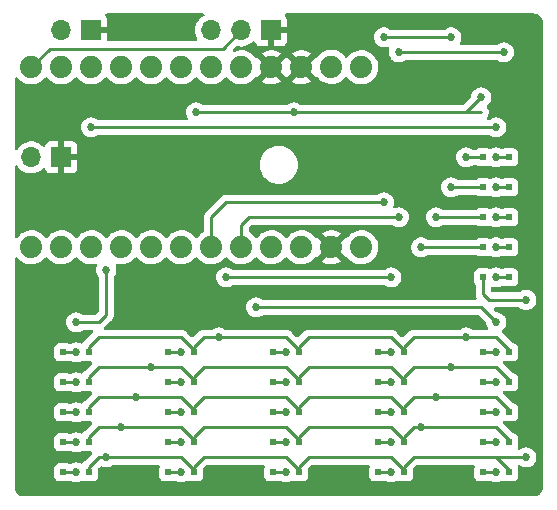
<source format=gbr>
%TF.GenerationSoftware,KiCad,Pcbnew,6.0.1-79c1e3a40b~116~ubuntu20.04.1*%
%TF.CreationDate,2022-02-08T10:59:44-05:00*%
%TF.ProjectId,gameKey-PCB-MainControl,67616d65-4b65-4792-9d50-43422d4d6169,rev?*%
%TF.SameCoordinates,Original*%
%TF.FileFunction,Copper,L2,Bot*%
%TF.FilePolarity,Positive*%
%FSLAX46Y46*%
G04 Gerber Fmt 4.6, Leading zero omitted, Abs format (unit mm)*
G04 Created by KiCad (PCBNEW 6.0.1-79c1e3a40b~116~ubuntu20.04.1) date 2022-02-08 10:59:44*
%MOMM*%
%LPD*%
G01*
G04 APERTURE LIST*
%TA.AperFunction,ComponentPad*%
%ADD10R,1.700000X1.700000*%
%TD*%
%TA.AperFunction,ComponentPad*%
%ADD11O,1.700000X1.700000*%
%TD*%
%TA.AperFunction,ComponentPad*%
%ADD12C,1.879600*%
%TD*%
%TA.AperFunction,SMDPad,CuDef*%
%ADD13R,0.500000X0.500000*%
%TD*%
%TA.AperFunction,ViaPad*%
%ADD14C,0.685800*%
%TD*%
%TA.AperFunction,Conductor*%
%ADD15C,0.254000*%
%TD*%
G04 APERTURE END LIST*
D10*
%TO.P,J4,1,Pin_1*%
%TO.N,GND*%
X9505000Y40005000D03*
D11*
%TO.P,J4,2,Pin_2*%
%TO.N,/MODE*%
X6965000Y40005000D03*
%TD*%
D10*
%TO.P,J1,1,Pin_1*%
%TO.N,GND*%
X6985000Y29210000D03*
D11*
%TO.P,J1,2,Pin_2*%
%TO.N,/EN*%
X4445000Y29210000D03*
%TD*%
D10*
%TO.P,J3,1,Pin_1*%
%TO.N,GND*%
X24750000Y39955000D03*
D11*
%TO.P,J3,2,Pin_2*%
%TO.N,/LED*%
X22210000Y39955000D03*
%TO.P,J3,3,Pin_3*%
%TO.N,VCC*%
X19670000Y39955000D03*
%TD*%
D12*
%TO.P,B1,1,TX0*%
%TO.N,unconnected-(B1-Pad1)*%
X32385000Y36830000D03*
%TO.P,B1,2,RX0*%
%TO.N,unconnected-(B1-Pad2)*%
X29845000Y36870000D03*
%TO.P,B1,3,GND*%
%TO.N,GND*%
X27305000Y36830000D03*
%TO.P,B1,4,GND*%
X24765000Y36830000D03*
%TO.P,B1,5,2*%
%TO.N,/COL0*%
X22225000Y36830000D03*
%TO.P,B1,6,3*%
%TO.N,/COL1*%
X19685000Y36830000D03*
%TO.P,B1,7,4*%
%TO.N,/COL2*%
X17145000Y36830000D03*
%TO.P,B1,8,\u002A5*%
%TO.N,/COL3*%
X14605000Y36830000D03*
%TO.P,B1,9,\u002A6*%
%TO.N,/COL4*%
X12065000Y36830000D03*
%TO.P,B1,10,7*%
%TO.N,/COL5*%
X9525000Y36830000D03*
%TO.P,B1,11,8*%
%TO.N,/MODE*%
X6985000Y36830000D03*
%TO.P,B1,12,\u002A9*%
%TO.N,/LED*%
X4445000Y36830000D03*
%TO.P,B1,13,\u002A10*%
%TO.N,/EN*%
X4445000Y21590000D03*
%TO.P,B1,14,11(MOSI)*%
%TO.N,/ROW4*%
X6985000Y21590000D03*
%TO.P,B1,15,12(MISO)*%
%TO.N,/ROW3*%
X9525000Y21590000D03*
%TO.P,B1,16,13(SCK)*%
%TO.N,/ROW2*%
X12065000Y21590000D03*
%TO.P,B1,17,A0*%
%TO.N,/ROW1*%
X14605000Y21590000D03*
%TO.P,B1,18,A1*%
%TO.N,/ROW0*%
X17145000Y21590000D03*
%TO.P,B1,19,A2*%
%TO.N,/JOYX*%
X19685000Y21590000D03*
%TO.P,B1,20,A3*%
%TO.N,/JOYY*%
X22225000Y21590000D03*
%TO.P,B1,21,VCC*%
%TO.N,VCC*%
X24765000Y21590000D03*
%TO.P,B1,22,RESET*%
%TO.N,unconnected-(B1-Pad22)*%
X27305000Y21590000D03*
%TO.P,B1,23,GND*%
%TO.N,GND*%
X29845000Y21590000D03*
%TO.P,B1,24,RAW*%
%TO.N,unconnected-(B1-Pad24)*%
X32385000Y21590000D03*
%TD*%
D13*
%TO.P,D6,1,K*%
%TO.N,/B15*%
X33825000Y12700000D03*
%TO.P,D6,2,A*%
%TO.N,/ROW0*%
X36025000Y12700000D03*
%TD*%
%TO.P,D7,1,K*%
%TO.N,/B14*%
X33825000Y10160000D03*
%TO.P,D7,2,A*%
%TO.N,/ROW1*%
X36025000Y10160000D03*
%TD*%
%TO.P,D8,1,K*%
%TO.N,/B13*%
X33825000Y7620000D03*
%TO.P,D8,2,A*%
%TO.N,/ROW2*%
X36025000Y7620000D03*
%TD*%
%TO.P,D9,1,K*%
%TO.N,/B12*%
X33825000Y5080000D03*
%TO.P,D9,2,A*%
%TO.N,/ROW3*%
X36025000Y5080000D03*
%TD*%
%TO.P,D10,1,K*%
%TO.N,/B11*%
X33825000Y2540000D03*
%TO.P,D10,2,A*%
%TO.N,/ROW4*%
X36025000Y2540000D03*
%TD*%
%TO.P,D11,1,K*%
%TO.N,/B10*%
X24935000Y12700000D03*
%TO.P,D11,2,A*%
%TO.N,/ROW0*%
X27135000Y12700000D03*
%TD*%
%TO.P,D12,1,K*%
%TO.N,/B9*%
X24935000Y10160000D03*
%TO.P,D12,2,A*%
%TO.N,/ROW1*%
X27135000Y10160000D03*
%TD*%
%TO.P,D13,1,K*%
%TO.N,/B8*%
X24935000Y7620000D03*
%TO.P,D13,2,A*%
%TO.N,/ROW2*%
X27135000Y7620000D03*
%TD*%
%TO.P,D14,1,K*%
%TO.N,/B7*%
X24935000Y5080000D03*
%TO.P,D14,2,A*%
%TO.N,/ROW3*%
X27135000Y5080000D03*
%TD*%
%TO.P,D15,1,K*%
%TO.N,/B6*%
X24935000Y2540000D03*
%TO.P,D15,2,A*%
%TO.N,/ROW4*%
X27135000Y2540000D03*
%TD*%
%TO.P,D16,1,K*%
%TO.N,/B1*%
X16045000Y12700000D03*
%TO.P,D16,2,A*%
%TO.N,/ROW0*%
X18245000Y12700000D03*
%TD*%
%TO.P,D17,1,K*%
%TO.N,/B2*%
X16045000Y10160000D03*
%TO.P,D17,2,A*%
%TO.N,/ROW1*%
X18245000Y10160000D03*
%TD*%
%TO.P,D18,1,K*%
%TO.N,/B3*%
X16045000Y7620000D03*
%TO.P,D18,2,A*%
%TO.N,/ROW2*%
X18245000Y7620000D03*
%TD*%
%TO.P,D19,1,K*%
%TO.N,/B4*%
X16045000Y5080000D03*
%TO.P,D19,2,A*%
%TO.N,/ROW3*%
X18245000Y5080000D03*
%TD*%
%TO.P,D20,1,K*%
%TO.N,/B5*%
X16045000Y2540000D03*
%TO.P,D20,2,A*%
%TO.N,/ROW4*%
X18245000Y2540000D03*
%TD*%
%TO.P,D21,1,K*%
%TO.N,/B25*%
X7155000Y12700000D03*
%TO.P,D21,2,A*%
%TO.N,/ROW0*%
X9355000Y12700000D03*
%TD*%
%TO.P,D23,1,K*%
%TO.N,/B23*%
X7155000Y7620000D03*
%TO.P,D23,2,A*%
%TO.N,/ROW2*%
X9355000Y7620000D03*
%TD*%
%TO.P,D24,1,K*%
%TO.N,/B22*%
X7155000Y5080000D03*
%TO.P,D24,2,A*%
%TO.N,/ROW3*%
X9355000Y5080000D03*
%TD*%
%TO.P,D25,1,K*%
%TO.N,/B21*%
X7155000Y2540000D03*
%TO.P,D25,2,A*%
%TO.N,/ROW4*%
X9355000Y2540000D03*
%TD*%
%TO.P,D22,1,K*%
%TO.N,/B24*%
X7155000Y10160000D03*
%TO.P,D22,2,A*%
%TO.N,/ROW1*%
X9355000Y10160000D03*
%TD*%
%TO.P,D26,1,K*%
%TO.N,/B30*%
X44915000Y29210000D03*
%TO.P,D26,2,A*%
%TO.N,/ROW0*%
X42715000Y29210000D03*
%TD*%
%TO.P,D27,1,K*%
%TO.N,/B29*%
X44915000Y26670000D03*
%TO.P,D27,2,A*%
%TO.N,/ROW1*%
X42715000Y26670000D03*
%TD*%
%TO.P,D28,1,K*%
%TO.N,/B28*%
X44915000Y24130000D03*
%TO.P,D28,2,A*%
%TO.N,/ROW2*%
X42715000Y24130000D03*
%TD*%
%TO.P,D29,1,K*%
%TO.N,/B27*%
X44915000Y21590000D03*
%TO.P,D29,2,A*%
%TO.N,/ROW3*%
X42715000Y21590000D03*
%TD*%
%TO.P,D30,1,K*%
%TO.N,/B26*%
X44915000Y19050000D03*
%TO.P,D30,2,A*%
%TO.N,/ROW4*%
X42715000Y19050000D03*
%TD*%
%TO.P,D5,1,K*%
%TO.N,/B16*%
X42715000Y2540000D03*
%TO.P,D5,2,A*%
%TO.N,/ROW4*%
X44915000Y2540000D03*
%TD*%
%TO.P,D2,1,K*%
%TO.N,/B19*%
X42715000Y10160000D03*
%TO.P,D2,2,A*%
%TO.N,/ROW1*%
X44915000Y10160000D03*
%TD*%
%TO.P,D4,1,K*%
%TO.N,/B17*%
X42715000Y5080000D03*
%TO.P,D4,2,A*%
%TO.N,/ROW3*%
X44915000Y5080000D03*
%TD*%
%TO.P,D3,1,K*%
%TO.N,/B18*%
X42715000Y7620000D03*
%TO.P,D3,2,A*%
%TO.N,/ROW2*%
X44915000Y7620000D03*
%TD*%
%TO.P,D1,1,K*%
%TO.N,/B20*%
X42715000Y12700000D03*
%TO.P,D1,2,A*%
%TO.N,/ROW0*%
X44915000Y12700000D03*
%TD*%
D14*
%TO.N,GND*%
X20955000Y30480000D03*
X15875000Y34290000D03*
X10795000Y29845000D03*
X15875000Y29845000D03*
X20955000Y34290000D03*
X30480000Y34290000D03*
X10795000Y34290000D03*
X18415000Y29845000D03*
X13335000Y34290000D03*
X30480000Y29845000D03*
X13335000Y29845000D03*
%TO.N,VCC*%
X18415000Y33020000D03*
X26670000Y33020000D03*
X42545000Y34290000D03*
%TO.N,/JOYY*%
X35560000Y24130000D03*
X35560000Y38100000D03*
X44450000Y38100000D03*
%TO.N,/JOYX*%
X34290000Y39370000D03*
X40005000Y39370000D03*
X34290000Y25400000D03*
%TO.N,/ROW4*%
X46355000Y17145000D03*
X10795000Y3810000D03*
X46355000Y3810000D03*
%TO.N,/ROW1*%
X40005000Y26670000D03*
X40005000Y11430000D03*
X14605000Y11430000D03*
%TO.N,/ROW3*%
X12065000Y6350000D03*
X37465000Y21590000D03*
X37465000Y6350000D03*
%TO.N,/ROW2*%
X13335000Y8890000D03*
X38735000Y24130000D03*
X38735000Y8890000D03*
%TO.N,/B20*%
X43815000Y12700000D03*
%TO.N,/B19*%
X43815000Y10160000D03*
%TO.N,/B18*%
X43815000Y7620000D03*
%TO.N,/B17*%
X43815000Y5080000D03*
%TO.N,/B16*%
X43815000Y2540000D03*
%TO.N,/B15*%
X34925000Y12700000D03*
%TO.N,/B14*%
X34925000Y10160000D03*
%TO.N,/B13*%
X34925000Y7620000D03*
%TO.N,/B12*%
X34925000Y5080000D03*
%TO.N,/B11*%
X34925000Y2540000D03*
%TO.N,/B10*%
X26035000Y12700000D03*
%TO.N,/B9*%
X26035000Y10160000D03*
%TO.N,/B8*%
X26035000Y7620000D03*
%TO.N,/B7*%
X26035000Y5080000D03*
%TO.N,/B6*%
X26035000Y2540000D03*
%TO.N,/B1*%
X17145000Y12700000D03*
%TO.N,/B2*%
X17145000Y10160000D03*
X17145000Y10160000D03*
%TO.N,/B3*%
X17145000Y7620000D03*
X17145000Y7620000D03*
%TO.N,/B4*%
X17145000Y5080000D03*
X17145000Y5080000D03*
%TO.N,/B5*%
X17145000Y2540000D03*
X17145000Y2540000D03*
%TO.N,/B25*%
X8255000Y12700000D03*
%TO.N,/B24*%
X8255000Y10160000D03*
%TO.N,/B23*%
X8255000Y7620000D03*
%TO.N,/B22*%
X8255000Y5080000D03*
%TO.N,/B21*%
X8255000Y2540000D03*
%TO.N,/COL1*%
X34925000Y19050000D03*
X20955000Y19050000D03*
%TO.N,/COL4*%
X10795000Y19685000D03*
X8255000Y15240000D03*
%TO.N,/COL5*%
X9525000Y31750000D03*
X43815000Y31750000D03*
%TO.N,/COL0*%
X23495000Y16510000D03*
X43815000Y15240000D03*
%TO.N,/ROW0*%
X20320000Y13970000D03*
X41275000Y13970000D03*
X41275000Y29210000D03*
%TO.N,/B30*%
X43815000Y29210000D03*
%TO.N,/B29*%
X43815000Y26670000D03*
%TO.N,/B28*%
X43815000Y24130000D03*
%TO.N,/B27*%
X43815000Y21590000D03*
%TO.N,/B26*%
X43815000Y19050000D03*
%TD*%
D15*
%TO.N,VCC*%
X41275000Y33020000D02*
X42545000Y34290000D01*
X26670000Y33020000D02*
X18415000Y33020000D01*
X26670000Y33020000D02*
X42545000Y33020000D01*
%TO.N,/JOYY*%
X22860000Y24130000D02*
X35560000Y24130000D01*
X22225000Y21590000D02*
X22225000Y23495000D01*
X35560000Y38100000D02*
X44450000Y38100000D01*
X22225000Y23495000D02*
X22860000Y24130000D01*
%TO.N,/JOYX*%
X19685000Y24130000D02*
X20955000Y25400000D01*
X20955000Y25400000D02*
X34290000Y25400000D01*
X19685000Y21590000D02*
X19685000Y24130000D01*
X34290000Y39370000D02*
X40005000Y39370000D01*
%TO.N,/LED*%
X6032500Y38417500D02*
X20672500Y38417500D01*
X20672500Y38417500D02*
X22210000Y39955000D01*
X4445000Y36830000D02*
X6032500Y38417500D01*
%TO.N,/ROW4*%
X43815000Y3810000D02*
X46355000Y3810000D01*
X36025000Y2540000D02*
X36025000Y3005000D01*
X34925000Y3810000D02*
X27940000Y3810000D01*
X42715000Y17610000D02*
X42715000Y19050000D01*
X26035000Y3810000D02*
X19050000Y3810000D01*
X27135000Y2540000D02*
X27135000Y2710000D01*
X27135000Y2710000D02*
X26035000Y3810000D01*
X46355000Y17145000D02*
X43180000Y17145000D01*
X18245000Y2540000D02*
X18245000Y2710000D01*
X18245000Y2710000D02*
X17145000Y3810000D01*
X38735000Y3810000D02*
X36830000Y3810000D01*
X43815000Y3810000D02*
X38735000Y3810000D01*
X43180000Y17145000D02*
X42715000Y17610000D01*
X9355000Y3005000D02*
X10160000Y3810000D01*
X18245000Y2540000D02*
X18245000Y3005000D01*
X36025000Y3005000D02*
X36830000Y3810000D01*
X10795000Y3810000D02*
X10160000Y3810000D01*
X44915000Y2540000D02*
X44915000Y2710000D01*
X17145000Y3810000D02*
X10795000Y3810000D01*
X44915000Y2710000D02*
X43815000Y3810000D01*
X18245000Y3005000D02*
X19050000Y3810000D01*
X36025000Y2710000D02*
X34925000Y3810000D01*
X9355000Y2540000D02*
X9355000Y3005000D01*
X27135000Y2540000D02*
X27135000Y3005000D01*
X36025000Y2540000D02*
X36025000Y2710000D01*
X27135000Y3005000D02*
X27940000Y3810000D01*
%TO.N,/ROW1*%
X27135000Y10160000D02*
X27135000Y10330000D01*
X40005000Y11430000D02*
X36830000Y11430000D01*
X36830000Y11430000D02*
X36025000Y10625000D01*
X17145000Y11430000D02*
X14605000Y11430000D01*
X36025000Y10330000D02*
X34925000Y11430000D01*
X9355000Y10160000D02*
X9355000Y10625000D01*
X43815000Y11430000D02*
X44915000Y10330000D01*
X18245000Y10625000D02*
X19050000Y11430000D01*
X27135000Y10160000D02*
X27135000Y10625000D01*
X36025000Y10160000D02*
X36025000Y10330000D01*
X27135000Y10330000D02*
X26035000Y11430000D01*
X18245000Y10160000D02*
X18245000Y10330000D01*
X40005000Y11430000D02*
X43815000Y11430000D01*
X14605000Y11430000D02*
X10160000Y11430000D01*
X36025000Y10625000D02*
X36025000Y10160000D01*
X34925000Y11430000D02*
X27940000Y11430000D01*
X40005000Y26670000D02*
X42715000Y26670000D01*
X9355000Y10625000D02*
X10160000Y11430000D01*
X27135000Y10625000D02*
X27940000Y11430000D01*
X18245000Y10330000D02*
X17145000Y11430000D01*
X18245000Y10160000D02*
X18245000Y10625000D01*
X44915000Y10330000D02*
X44915000Y10160000D01*
X26035000Y11430000D02*
X19050000Y11430000D01*
%TO.N,/ROW3*%
X43815000Y6350000D02*
X44915000Y5250000D01*
X37465000Y6350000D02*
X36830000Y6350000D01*
X12065000Y6350000D02*
X10160000Y6350000D01*
X36025000Y5545000D02*
X36025000Y5080000D01*
X37465000Y6350000D02*
X43815000Y6350000D01*
X9355000Y5080000D02*
X9355000Y5545000D01*
X17145000Y6350000D02*
X12065000Y6350000D01*
X36025000Y5250000D02*
X34925000Y6350000D01*
X37465000Y21590000D02*
X42715000Y21590000D01*
X18245000Y5250000D02*
X17145000Y6350000D01*
X34925000Y6350000D02*
X27940000Y6350000D01*
X26035000Y6350000D02*
X19050000Y6350000D01*
X18245000Y5080000D02*
X18245000Y5250000D01*
X18245000Y5080000D02*
X18245000Y5545000D01*
X27135000Y5080000D02*
X27135000Y5250000D01*
X9355000Y5545000D02*
X10160000Y6350000D01*
X27135000Y5545000D02*
X27940000Y6350000D01*
X36025000Y5080000D02*
X36025000Y5250000D01*
X18245000Y5545000D02*
X19050000Y6350000D01*
X36830000Y6350000D02*
X36025000Y5545000D01*
X27135000Y5080000D02*
X27135000Y5545000D01*
X27135000Y5250000D02*
X26035000Y6350000D01*
X44915000Y5250000D02*
X44915000Y5080000D01*
%TO.N,/ROW2*%
X27135000Y7790000D02*
X26035000Y8890000D01*
X18245000Y7790000D02*
X17145000Y8890000D01*
X38735000Y8890000D02*
X43815000Y8890000D01*
X27135000Y7620000D02*
X27135000Y7790000D01*
X36830000Y8890000D02*
X36025000Y8085000D01*
X27135000Y8085000D02*
X27940000Y8890000D01*
X38735000Y8890000D02*
X36830000Y8890000D01*
X26035000Y8890000D02*
X19050000Y8890000D01*
X36025000Y7620000D02*
X36025000Y7790000D01*
X43815000Y8890000D02*
X44915000Y7790000D01*
X18245000Y7620000D02*
X18245000Y8085000D01*
X27135000Y7620000D02*
X27135000Y8085000D01*
X34925000Y8890000D02*
X27940000Y8890000D01*
X36025000Y7790000D02*
X34925000Y8890000D01*
X18245000Y7620000D02*
X18245000Y7790000D01*
X18245000Y8085000D02*
X19050000Y8890000D01*
X38735000Y24130000D02*
X42715000Y24130000D01*
X17145000Y8890000D02*
X13335000Y8890000D01*
X13335000Y8890000D02*
X10160000Y8890000D01*
X9355000Y8085000D02*
X10160000Y8890000D01*
X9355000Y7620000D02*
X9355000Y8085000D01*
X44915000Y7790000D02*
X44915000Y7620000D01*
X36025000Y8085000D02*
X36025000Y7620000D01*
%TO.N,/B20*%
X42715000Y12700000D02*
X43815000Y12700000D01*
%TO.N,/B19*%
X42715000Y10160000D02*
X43815000Y10160000D01*
%TO.N,/B18*%
X42715000Y7620000D02*
X43815000Y7620000D01*
%TO.N,/B17*%
X42715000Y5080000D02*
X43815000Y5080000D01*
%TO.N,/B16*%
X42715000Y2540000D02*
X43815000Y2540000D01*
%TO.N,/B15*%
X33825000Y12700000D02*
X34925000Y12700000D01*
%TO.N,/B14*%
X33825000Y10160000D02*
X34925000Y10160000D01*
%TO.N,/B13*%
X33825000Y7620000D02*
X34925000Y7620000D01*
%TO.N,/B12*%
X33825000Y5080000D02*
X34925000Y5080000D01*
%TO.N,/B11*%
X33825000Y2540000D02*
X34925000Y2540000D01*
%TO.N,/B10*%
X24935000Y12700000D02*
X26035000Y12700000D01*
%TO.N,/B9*%
X24935000Y10160000D02*
X26035000Y10160000D01*
%TO.N,/B8*%
X24935000Y7620000D02*
X26035000Y7620000D01*
%TO.N,/B7*%
X24935000Y5080000D02*
X26035000Y5080000D01*
%TO.N,/B6*%
X24935000Y2540000D02*
X26035000Y2540000D01*
%TO.N,/B1*%
X16045000Y12700000D02*
X17145000Y12700000D01*
%TO.N,/B2*%
X16045000Y10160000D02*
X17145000Y10160000D01*
%TO.N,/B3*%
X16045000Y7620000D02*
X17145000Y7620000D01*
%TO.N,/B4*%
X16045000Y5080000D02*
X17145000Y5080000D01*
%TO.N,/B5*%
X16045000Y2540000D02*
X17145000Y2540000D01*
%TO.N,/B25*%
X7155000Y12700000D02*
X8255000Y12700000D01*
%TO.N,/B24*%
X7155000Y10160000D02*
X8255000Y10160000D01*
%TO.N,/B23*%
X7155000Y7620000D02*
X8255000Y7620000D01*
%TO.N,/B22*%
X7155000Y5080000D02*
X8255000Y5080000D01*
%TO.N,/B21*%
X7155000Y2540000D02*
X8255000Y2540000D01*
%TO.N,/COL1*%
X20955000Y19050000D02*
X34925000Y19050000D01*
%TO.N,/COL4*%
X10795000Y15875000D02*
X10160000Y15240000D01*
X10795000Y19685000D02*
X10795000Y15875000D01*
X10160000Y15240000D02*
X8255000Y15240000D01*
%TO.N,/COL5*%
X9525000Y31750000D02*
X43815000Y31750000D01*
%TO.N,/COL0*%
X42545000Y16510000D02*
X43815000Y15240000D01*
X23495000Y16510000D02*
X42545000Y16510000D01*
%TO.N,/ROW0*%
X36025000Y12870000D02*
X34925000Y13970000D01*
X9355000Y13165000D02*
X10160000Y13970000D01*
X43815000Y13970000D02*
X41275000Y13970000D01*
X44915000Y12870000D02*
X43815000Y13970000D01*
X18245000Y12700000D02*
X18245000Y12870000D01*
X27135000Y13165000D02*
X27940000Y13970000D01*
X18245000Y12700000D02*
X18245000Y13165000D01*
X41275000Y29210000D02*
X42715000Y29210000D01*
X26035000Y13970000D02*
X19050000Y13970000D01*
X36025000Y12700000D02*
X36025000Y13165000D01*
X27135000Y12700000D02*
X27135000Y13165000D01*
X17145000Y13970000D02*
X10160000Y13970000D01*
X27135000Y12700000D02*
X27135000Y12870000D01*
X18245000Y12870000D02*
X17145000Y13970000D01*
X27135000Y12870000D02*
X26035000Y13970000D01*
X34925000Y13970000D02*
X27940000Y13970000D01*
X36025000Y12700000D02*
X36025000Y12870000D01*
X18245000Y13165000D02*
X19050000Y13970000D01*
X36025000Y13165000D02*
X36830000Y13970000D01*
X41275000Y13970000D02*
X36830000Y13970000D01*
X9355000Y12700000D02*
X9355000Y13165000D01*
X44915000Y12700000D02*
X44915000Y12870000D01*
%TO.N,/B30*%
X44915000Y29210000D02*
X43815000Y29210000D01*
%TO.N,/B29*%
X44915000Y26670000D02*
X43815000Y26670000D01*
%TO.N,/B28*%
X44915000Y24130000D02*
X43815000Y24130000D01*
%TO.N,/B27*%
X44915000Y21590000D02*
X43815000Y21590000D01*
%TO.N,/B26*%
X44915000Y19050000D02*
X43815000Y19050000D01*
%TD*%
%TA.AperFunction,Conductor*%
%TO.N,GND*%
G36*
X46960057Y41400500D02*
G01*
X46974858Y41398195D01*
X46974861Y41398195D01*
X46983730Y41396814D01*
X46994728Y41398252D01*
X47023411Y41398709D01*
X47126307Y41388575D01*
X47150531Y41383756D01*
X47269733Y41347596D01*
X47292553Y41338144D01*
X47402400Y41279430D01*
X47422938Y41265707D01*
X47519223Y41186688D01*
X47536688Y41169223D01*
X47615707Y41072938D01*
X47629430Y41052400D01*
X47688144Y40942553D01*
X47697596Y40919733D01*
X47733756Y40800531D01*
X47738575Y40776305D01*
X47748044Y40680166D01*
X47747592Y40664124D01*
X47748305Y40664115D01*
X47748195Y40655142D01*
X47746814Y40646270D01*
X47747978Y40637368D01*
X47747978Y40637365D01*
X47750936Y40614749D01*
X47752000Y40598411D01*
X47752000Y1319328D01*
X47750500Y1299944D01*
X47746814Y1276270D01*
X47748252Y1265272D01*
X47748709Y1236588D01*
X47738575Y1133695D01*
X47733756Y1109469D01*
X47697596Y990267D01*
X47688144Y967447D01*
X47629430Y857600D01*
X47615707Y837062D01*
X47536688Y740777D01*
X47519223Y723312D01*
X47422938Y644293D01*
X47402400Y630570D01*
X47292553Y571856D01*
X47269733Y562404D01*
X47150531Y526244D01*
X47126307Y521425D01*
X47030163Y511956D01*
X47014124Y512408D01*
X47014115Y511695D01*
X47005142Y511805D01*
X46996270Y513186D01*
X46987368Y512022D01*
X46987365Y512022D01*
X46964749Y509064D01*
X46948411Y508000D01*
X3859328Y508000D01*
X3839943Y509500D01*
X3825142Y511805D01*
X3825139Y511805D01*
X3816270Y513186D01*
X3805272Y511748D01*
X3776589Y511291D01*
X3673693Y521425D01*
X3649469Y526244D01*
X3530267Y562404D01*
X3507447Y571856D01*
X3397600Y630570D01*
X3377062Y644293D01*
X3280777Y723312D01*
X3263312Y740777D01*
X3184293Y837062D01*
X3170570Y857600D01*
X3111856Y967447D01*
X3102404Y990267D01*
X3066244Y1109469D01*
X3061425Y1133695D01*
X3051956Y1229834D01*
X3052408Y1245876D01*
X3051695Y1245885D01*
X3051805Y1254858D01*
X3053186Y1263730D01*
X3051547Y1276270D01*
X3049064Y1295251D01*
X3048000Y1311589D01*
X3048000Y20653345D01*
X3068002Y20721466D01*
X3121658Y20767959D01*
X3191932Y20778063D01*
X3256512Y20748569D01*
X3272152Y20731589D01*
X3272274Y20731694D01*
X3428204Y20551683D01*
X3611442Y20399556D01*
X3615894Y20396954D01*
X3615899Y20396951D01*
X3811828Y20282459D01*
X3817065Y20279399D01*
X4039552Y20194440D01*
X4044618Y20193409D01*
X4044619Y20193409D01*
X4070237Y20188197D01*
X4272928Y20146959D01*
X4407121Y20142038D01*
X4505760Y20138421D01*
X4505764Y20138421D01*
X4510924Y20138232D01*
X4516044Y20138888D01*
X4516046Y20138888D01*
X4742023Y20167836D01*
X4742024Y20167836D01*
X4747151Y20168493D01*
X4790272Y20181430D01*
X4970316Y20235446D01*
X4970317Y20235447D01*
X4975262Y20236930D01*
X5189133Y20341705D01*
X5193336Y20344703D01*
X5193341Y20344706D01*
X5378816Y20477004D01*
X5378818Y20477006D01*
X5383020Y20480003D01*
X5551716Y20648111D01*
X5609979Y20729193D01*
X5665972Y20772840D01*
X5736676Y20779286D01*
X5799640Y20746484D01*
X5811582Y20732824D01*
X5812274Y20731694D01*
X5968204Y20551683D01*
X6151442Y20399556D01*
X6155894Y20396954D01*
X6155899Y20396951D01*
X6351828Y20282459D01*
X6357065Y20279399D01*
X6579552Y20194440D01*
X6584618Y20193409D01*
X6584619Y20193409D01*
X6610237Y20188197D01*
X6812928Y20146959D01*
X6947121Y20142038D01*
X7045760Y20138421D01*
X7045764Y20138421D01*
X7050924Y20138232D01*
X7056044Y20138888D01*
X7056046Y20138888D01*
X7282023Y20167836D01*
X7282024Y20167836D01*
X7287151Y20168493D01*
X7330272Y20181430D01*
X7510316Y20235446D01*
X7510317Y20235447D01*
X7515262Y20236930D01*
X7729133Y20341705D01*
X7733336Y20344703D01*
X7733341Y20344706D01*
X7918816Y20477004D01*
X7918818Y20477006D01*
X7923020Y20480003D01*
X8091716Y20648111D01*
X8149979Y20729193D01*
X8205972Y20772840D01*
X8276676Y20779286D01*
X8339640Y20746484D01*
X8351582Y20732824D01*
X8352274Y20731694D01*
X8508204Y20551683D01*
X8691442Y20399556D01*
X8695894Y20396954D01*
X8695899Y20396951D01*
X8891828Y20282459D01*
X8897065Y20279399D01*
X9119552Y20194440D01*
X9124618Y20193409D01*
X9124619Y20193409D01*
X9150237Y20188197D01*
X9352928Y20146959D01*
X9487121Y20142038D01*
X9585760Y20138421D01*
X9585764Y20138421D01*
X9590924Y20138232D01*
X9596044Y20138888D01*
X9596046Y20138888D01*
X9822023Y20167836D01*
X9822024Y20167836D01*
X9827151Y20168493D01*
X9851333Y20175748D01*
X9922329Y20176164D01*
X9982279Y20138132D01*
X10012151Y20073726D01*
X10007374Y20016126D01*
X9957618Y19862991D01*
X9956928Y19856428D01*
X9956928Y19856427D01*
X9945839Y19750923D01*
X9938910Y19685000D01*
X9957618Y19507009D01*
X10012923Y19336797D01*
X10102409Y19181803D01*
X10127137Y19154340D01*
X10157853Y19090334D01*
X10159500Y19070031D01*
X10159500Y16190423D01*
X10139498Y16122302D01*
X10122595Y16101328D01*
X9933672Y15912405D01*
X9871360Y15878379D01*
X9844577Y15875500D01*
X8869738Y15875500D01*
X8801617Y15895502D01*
X8795677Y15899564D01*
X8688387Y15977515D01*
X8688386Y15977516D01*
X8683045Y15981396D01*
X8677017Y15984080D01*
X8677015Y15984081D01*
X8525577Y16051505D01*
X8525576Y16051505D01*
X8519546Y16054190D01*
X8432016Y16072795D01*
X8350943Y16090028D01*
X8350939Y16090028D01*
X8344486Y16091400D01*
X8165514Y16091400D01*
X8159061Y16090028D01*
X8159057Y16090028D01*
X8077984Y16072795D01*
X7990454Y16054190D01*
X7984424Y16051505D01*
X7984423Y16051505D01*
X7832985Y15984081D01*
X7832983Y15984080D01*
X7826955Y15981396D01*
X7821614Y15977516D01*
X7821613Y15977515D01*
X7713624Y15899056D01*
X7682164Y15876199D01*
X7677743Y15871289D01*
X7677742Y15871288D01*
X7601883Y15787037D01*
X7562409Y15743197D01*
X7559108Y15737479D01*
X7479914Y15600311D01*
X7472923Y15588203D01*
X7417618Y15417991D01*
X7398910Y15240000D01*
X7399600Y15233435D01*
X7407152Y15161589D01*
X7417618Y15062009D01*
X7472923Y14891797D01*
X7562409Y14736803D01*
X7566827Y14731896D01*
X7566828Y14731895D01*
X7677487Y14608995D01*
X7682164Y14603801D01*
X7687506Y14599920D01*
X7687508Y14599918D01*
X7782583Y14530842D01*
X7826955Y14498604D01*
X7832983Y14495920D01*
X7832985Y14495919D01*
X7954984Y14441602D01*
X7990454Y14425810D01*
X8077984Y14407205D01*
X8159057Y14389972D01*
X8159061Y14389972D01*
X8165514Y14388600D01*
X8344486Y14388600D01*
X8350939Y14389972D01*
X8350943Y14389972D01*
X8432016Y14407205D01*
X8519546Y14425810D01*
X8555016Y14441602D01*
X8677015Y14495919D01*
X8677017Y14495920D01*
X8683045Y14498604D01*
X8738387Y14538812D01*
X8795677Y14580436D01*
X8862545Y14604295D01*
X8869738Y14604500D01*
X9591577Y14604500D01*
X9659698Y14584498D01*
X9706191Y14530842D01*
X9716295Y14460568D01*
X9686801Y14395988D01*
X9680672Y14389404D01*
X8961512Y13670245D01*
X8953193Y13662675D01*
X8946697Y13658553D01*
X8941271Y13652775D01*
X8941270Y13652774D01*
X8899915Y13608735D01*
X8897160Y13605893D01*
X8877361Y13586094D01*
X8874937Y13582969D01*
X8874929Y13582960D01*
X8874863Y13582874D01*
X8867155Y13573849D01*
X8836783Y13541506D01*
X8832965Y13534562D01*
X8832964Y13534560D01*
X8826978Y13523671D01*
X8816125Y13507150D01*
X8805504Y13493457D01*
X8804604Y13492297D01*
X8747047Y13450731D01*
X8676155Y13446882D01*
X8653797Y13454418D01*
X8525577Y13511505D01*
X8525576Y13511505D01*
X8519546Y13514190D01*
X8432016Y13532795D01*
X8350943Y13550028D01*
X8350939Y13550028D01*
X8344486Y13551400D01*
X8165514Y13551400D01*
X8159061Y13550028D01*
X8159057Y13550028D01*
X8077984Y13532795D01*
X7990454Y13514190D01*
X7984424Y13511505D01*
X7984423Y13511505D01*
X7832985Y13444081D01*
X7832983Y13444080D01*
X7826955Y13441396D01*
X7821615Y13437516D01*
X7783062Y13409506D01*
X7716194Y13385648D01*
X7652500Y13400019D01*
X7651705Y13400615D01*
X7515316Y13451745D01*
X7453134Y13458500D01*
X6856866Y13458500D01*
X6794684Y13451745D01*
X6658295Y13400615D01*
X6541739Y13313261D01*
X6454385Y13196705D01*
X6403255Y13060316D01*
X6396500Y12998134D01*
X6396500Y12401866D01*
X6403255Y12339684D01*
X6454385Y12203295D01*
X6541739Y12086739D01*
X6658295Y11999385D01*
X6794684Y11948255D01*
X6856866Y11941500D01*
X7453134Y11941500D01*
X7515316Y11948255D01*
X7651705Y11999385D01*
X7652448Y11999942D01*
X7717851Y12014246D01*
X7783063Y11990494D01*
X7826955Y11958604D01*
X7832983Y11955920D01*
X7832985Y11955919D01*
X7941425Y11907639D01*
X7990454Y11885810D01*
X8074987Y11867842D01*
X8159057Y11849972D01*
X8159061Y11849972D01*
X8165514Y11848600D01*
X8344486Y11848600D01*
X8350939Y11849972D01*
X8350943Y11849972D01*
X8435013Y11867842D01*
X8519546Y11885810D01*
X8568575Y11907639D01*
X8677015Y11955919D01*
X8677017Y11955920D01*
X8683045Y11958604D01*
X8726937Y11990494D01*
X8793806Y12014352D01*
X8857500Y11999981D01*
X8858295Y11999385D01*
X8994684Y11948255D01*
X9056866Y11941500D01*
X9468577Y11941500D01*
X9536698Y11921498D01*
X9583191Y11867842D01*
X9593295Y11797568D01*
X9563801Y11732988D01*
X9557674Y11726407D01*
X8961512Y11130245D01*
X8953193Y11122675D01*
X8946697Y11118553D01*
X8941271Y11112775D01*
X8941270Y11112774D01*
X8899915Y11068735D01*
X8897160Y11065893D01*
X8877361Y11046094D01*
X8874937Y11042969D01*
X8874929Y11042960D01*
X8874863Y11042874D01*
X8867155Y11033849D01*
X8836783Y11001506D01*
X8832965Y10994562D01*
X8832964Y10994560D01*
X8826978Y10983671D01*
X8816125Y10967150D01*
X8805504Y10953457D01*
X8804604Y10952297D01*
X8747047Y10910731D01*
X8676155Y10906882D01*
X8653797Y10914418D01*
X8525577Y10971505D01*
X8525576Y10971505D01*
X8519546Y10974190D01*
X8432016Y10992795D01*
X8350943Y11010028D01*
X8350939Y11010028D01*
X8344486Y11011400D01*
X8165514Y11011400D01*
X8159061Y11010028D01*
X8159057Y11010028D01*
X8077984Y10992795D01*
X7990454Y10974190D01*
X7984424Y10971505D01*
X7984423Y10971505D01*
X7832985Y10904081D01*
X7832983Y10904080D01*
X7826955Y10901396D01*
X7821615Y10897516D01*
X7783062Y10869506D01*
X7716194Y10845648D01*
X7652500Y10860019D01*
X7651705Y10860615D01*
X7515316Y10911745D01*
X7453134Y10918500D01*
X6856866Y10918500D01*
X6794684Y10911745D01*
X6658295Y10860615D01*
X6541739Y10773261D01*
X6454385Y10656705D01*
X6403255Y10520316D01*
X6396500Y10458134D01*
X6396500Y9861866D01*
X6403255Y9799684D01*
X6454385Y9663295D01*
X6541739Y9546739D01*
X6658295Y9459385D01*
X6794684Y9408255D01*
X6856866Y9401500D01*
X7453134Y9401500D01*
X7515316Y9408255D01*
X7651705Y9459385D01*
X7652448Y9459942D01*
X7717851Y9474246D01*
X7783063Y9450494D01*
X7826955Y9418604D01*
X7832983Y9415920D01*
X7832985Y9415919D01*
X7941425Y9367639D01*
X7990454Y9345810D01*
X8074987Y9327842D01*
X8159057Y9309972D01*
X8159061Y9309972D01*
X8165514Y9308600D01*
X8344486Y9308600D01*
X8350939Y9309972D01*
X8350943Y9309972D01*
X8435013Y9327842D01*
X8519546Y9345810D01*
X8568575Y9367639D01*
X8677015Y9415919D01*
X8677017Y9415920D01*
X8683045Y9418604D01*
X8726937Y9450494D01*
X8793806Y9474352D01*
X8857500Y9459981D01*
X8858295Y9459385D01*
X8994684Y9408255D01*
X9056866Y9401500D01*
X9468577Y9401500D01*
X9536698Y9381498D01*
X9583191Y9327842D01*
X9593295Y9257568D01*
X9563801Y9192988D01*
X9557674Y9186407D01*
X8961512Y8590245D01*
X8953193Y8582675D01*
X8946697Y8578553D01*
X8941271Y8572775D01*
X8941270Y8572774D01*
X8899915Y8528735D01*
X8897160Y8525893D01*
X8877361Y8506094D01*
X8874937Y8502969D01*
X8874929Y8502960D01*
X8874863Y8502874D01*
X8867155Y8493849D01*
X8836783Y8461506D01*
X8832965Y8454562D01*
X8832964Y8454560D01*
X8826978Y8443671D01*
X8816125Y8427150D01*
X8805504Y8413457D01*
X8804604Y8412297D01*
X8747047Y8370731D01*
X8676155Y8366882D01*
X8653797Y8374418D01*
X8525577Y8431505D01*
X8525576Y8431505D01*
X8519546Y8434190D01*
X8432016Y8452795D01*
X8350943Y8470028D01*
X8350939Y8470028D01*
X8344486Y8471400D01*
X8165514Y8471400D01*
X8159061Y8470028D01*
X8159057Y8470028D01*
X8077984Y8452795D01*
X7990454Y8434190D01*
X7984424Y8431505D01*
X7984423Y8431505D01*
X7832985Y8364081D01*
X7832983Y8364080D01*
X7826955Y8361396D01*
X7821615Y8357516D01*
X7783062Y8329506D01*
X7716194Y8305648D01*
X7652500Y8320019D01*
X7651705Y8320615D01*
X7515316Y8371745D01*
X7453134Y8378500D01*
X6856866Y8378500D01*
X6794684Y8371745D01*
X6658295Y8320615D01*
X6541739Y8233261D01*
X6454385Y8116705D01*
X6403255Y7980316D01*
X6396500Y7918134D01*
X6396500Y7321866D01*
X6403255Y7259684D01*
X6454385Y7123295D01*
X6541739Y7006739D01*
X6658295Y6919385D01*
X6794684Y6868255D01*
X6856866Y6861500D01*
X7453134Y6861500D01*
X7515316Y6868255D01*
X7651705Y6919385D01*
X7652448Y6919942D01*
X7717851Y6934246D01*
X7783063Y6910494D01*
X7826955Y6878604D01*
X7832983Y6875920D01*
X7832985Y6875919D01*
X7941425Y6827639D01*
X7990454Y6805810D01*
X8074987Y6787842D01*
X8159057Y6769972D01*
X8159061Y6769972D01*
X8165514Y6768600D01*
X8344486Y6768600D01*
X8350939Y6769972D01*
X8350943Y6769972D01*
X8435013Y6787842D01*
X8519546Y6805810D01*
X8568575Y6827639D01*
X8677015Y6875919D01*
X8677017Y6875920D01*
X8683045Y6878604D01*
X8726937Y6910494D01*
X8793806Y6934352D01*
X8857500Y6919981D01*
X8858295Y6919385D01*
X8994684Y6868255D01*
X9056866Y6861500D01*
X9468577Y6861500D01*
X9536698Y6841498D01*
X9583191Y6787842D01*
X9593295Y6717568D01*
X9563801Y6652988D01*
X9557674Y6646407D01*
X8961512Y6050245D01*
X8953193Y6042675D01*
X8946697Y6038553D01*
X8941271Y6032775D01*
X8941270Y6032774D01*
X8899915Y5988735D01*
X8897160Y5985893D01*
X8877361Y5966094D01*
X8874937Y5962969D01*
X8874929Y5962960D01*
X8874863Y5962874D01*
X8867155Y5953849D01*
X8836783Y5921506D01*
X8832965Y5914562D01*
X8832964Y5914560D01*
X8826978Y5903671D01*
X8816125Y5887150D01*
X8805504Y5873457D01*
X8804604Y5872297D01*
X8747047Y5830731D01*
X8676155Y5826882D01*
X8653797Y5834418D01*
X8525577Y5891505D01*
X8525576Y5891505D01*
X8519546Y5894190D01*
X8432016Y5912795D01*
X8350943Y5930028D01*
X8350939Y5930028D01*
X8344486Y5931400D01*
X8165514Y5931400D01*
X8159061Y5930028D01*
X8159057Y5930028D01*
X8077984Y5912795D01*
X7990454Y5894190D01*
X7984424Y5891505D01*
X7984423Y5891505D01*
X7832985Y5824081D01*
X7832983Y5824080D01*
X7826955Y5821396D01*
X7821615Y5817516D01*
X7783062Y5789506D01*
X7716194Y5765648D01*
X7652500Y5780019D01*
X7651705Y5780615D01*
X7515316Y5831745D01*
X7453134Y5838500D01*
X6856866Y5838500D01*
X6794684Y5831745D01*
X6658295Y5780615D01*
X6541739Y5693261D01*
X6454385Y5576705D01*
X6403255Y5440316D01*
X6396500Y5378134D01*
X6396500Y4781866D01*
X6403255Y4719684D01*
X6454385Y4583295D01*
X6541739Y4466739D01*
X6658295Y4379385D01*
X6794684Y4328255D01*
X6856866Y4321500D01*
X7453134Y4321500D01*
X7515316Y4328255D01*
X7651705Y4379385D01*
X7652448Y4379942D01*
X7717851Y4394246D01*
X7783063Y4370494D01*
X7826955Y4338604D01*
X7832983Y4335920D01*
X7832985Y4335919D01*
X7941425Y4287639D01*
X7990454Y4265810D01*
X8074987Y4247842D01*
X8159057Y4229972D01*
X8159061Y4229972D01*
X8165514Y4228600D01*
X8344486Y4228600D01*
X8350939Y4229972D01*
X8350943Y4229972D01*
X8435013Y4247842D01*
X8519546Y4265810D01*
X8568575Y4287639D01*
X8677015Y4335919D01*
X8677017Y4335920D01*
X8683045Y4338604D01*
X8726937Y4370494D01*
X8793806Y4394352D01*
X8857500Y4379981D01*
X8858295Y4379385D01*
X8994684Y4328255D01*
X9056866Y4321500D01*
X9468577Y4321500D01*
X9536698Y4301498D01*
X9583191Y4247842D01*
X9593295Y4177568D01*
X9563801Y4112988D01*
X9557674Y4106407D01*
X8961512Y3510245D01*
X8953193Y3502675D01*
X8946697Y3498553D01*
X8941271Y3492775D01*
X8941270Y3492774D01*
X8899915Y3448735D01*
X8897160Y3445893D01*
X8877361Y3426094D01*
X8874937Y3422969D01*
X8874929Y3422960D01*
X8874863Y3422874D01*
X8867155Y3413849D01*
X8836783Y3381506D01*
X8832965Y3374562D01*
X8832964Y3374560D01*
X8826978Y3363671D01*
X8816125Y3347150D01*
X8805504Y3333457D01*
X8804604Y3332297D01*
X8747047Y3290731D01*
X8676155Y3286882D01*
X8653797Y3294418D01*
X8525577Y3351505D01*
X8525576Y3351505D01*
X8519546Y3354190D01*
X8432016Y3372795D01*
X8350943Y3390028D01*
X8350939Y3390028D01*
X8344486Y3391400D01*
X8165514Y3391400D01*
X8159061Y3390028D01*
X8159057Y3390028D01*
X8077984Y3372795D01*
X7990454Y3354190D01*
X7984424Y3351505D01*
X7984423Y3351505D01*
X7832985Y3284081D01*
X7832983Y3284080D01*
X7826955Y3281396D01*
X7821615Y3277516D01*
X7783062Y3249506D01*
X7716194Y3225648D01*
X7652500Y3240019D01*
X7651705Y3240615D01*
X7515316Y3291745D01*
X7453134Y3298500D01*
X6856866Y3298500D01*
X6794684Y3291745D01*
X6658295Y3240615D01*
X6541739Y3153261D01*
X6454385Y3036705D01*
X6403255Y2900316D01*
X6396500Y2838134D01*
X6396500Y2241866D01*
X6403255Y2179684D01*
X6454385Y2043295D01*
X6541739Y1926739D01*
X6658295Y1839385D01*
X6794684Y1788255D01*
X6856866Y1781500D01*
X7453134Y1781500D01*
X7515316Y1788255D01*
X7651705Y1839385D01*
X7652448Y1839942D01*
X7717851Y1854246D01*
X7783063Y1830494D01*
X7826955Y1798604D01*
X7832983Y1795920D01*
X7832985Y1795919D01*
X7865371Y1781500D01*
X7990454Y1725810D01*
X8077984Y1707205D01*
X8159057Y1689972D01*
X8159061Y1689972D01*
X8165514Y1688600D01*
X8344486Y1688600D01*
X8350939Y1689972D01*
X8350943Y1689972D01*
X8432016Y1707205D01*
X8519546Y1725810D01*
X8644629Y1781500D01*
X8677015Y1795919D01*
X8677017Y1795920D01*
X8683045Y1798604D01*
X8726937Y1830494D01*
X8793806Y1854352D01*
X8857500Y1839981D01*
X8858295Y1839385D01*
X8994684Y1788255D01*
X9056866Y1781500D01*
X9653134Y1781500D01*
X9715316Y1788255D01*
X9851705Y1839385D01*
X9968261Y1926739D01*
X10055615Y2043295D01*
X10106745Y2179684D01*
X10113500Y2241866D01*
X10113500Y2812578D01*
X10133502Y2880699D01*
X10150405Y2901673D01*
X10271388Y3022656D01*
X10333700Y3056682D01*
X10404515Y3051617D01*
X10411731Y3048668D01*
X10524419Y2998496D01*
X10524427Y2998493D01*
X10530454Y2995810D01*
X10617984Y2977205D01*
X10699057Y2959972D01*
X10699061Y2959972D01*
X10705514Y2958600D01*
X10884486Y2958600D01*
X10890939Y2959972D01*
X10890943Y2959972D01*
X10972016Y2977205D01*
X11059546Y2995810D01*
X11078548Y3004270D01*
X11217015Y3065919D01*
X11217017Y3065920D01*
X11223045Y3068604D01*
X11335677Y3150436D01*
X11402545Y3174295D01*
X11409738Y3174500D01*
X15214244Y3174500D01*
X15282365Y3154498D01*
X15328858Y3100842D01*
X15338962Y3030568D01*
X15332227Y3004273D01*
X15293255Y2900316D01*
X15286500Y2838134D01*
X15286500Y2241866D01*
X15293255Y2179684D01*
X15344385Y2043295D01*
X15431739Y1926739D01*
X15548295Y1839385D01*
X15684684Y1788255D01*
X15746866Y1781500D01*
X16343134Y1781500D01*
X16405316Y1788255D01*
X16541705Y1839385D01*
X16542448Y1839942D01*
X16607851Y1854246D01*
X16673063Y1830494D01*
X16716955Y1798604D01*
X16722983Y1795920D01*
X16722985Y1795919D01*
X16755371Y1781500D01*
X16880454Y1725810D01*
X16967984Y1707205D01*
X17049057Y1689972D01*
X17049061Y1689972D01*
X17055514Y1688600D01*
X17234486Y1688600D01*
X17240939Y1689972D01*
X17240943Y1689972D01*
X17322016Y1707205D01*
X17409546Y1725810D01*
X17534629Y1781500D01*
X17567015Y1795919D01*
X17567017Y1795920D01*
X17573045Y1798604D01*
X17616937Y1830494D01*
X17683806Y1854352D01*
X17747500Y1839981D01*
X17748295Y1839385D01*
X17884684Y1788255D01*
X17946866Y1781500D01*
X18543134Y1781500D01*
X18605316Y1788255D01*
X18741705Y1839385D01*
X18858261Y1926739D01*
X18945615Y2043295D01*
X18996745Y2179684D01*
X19003500Y2241866D01*
X19003500Y2812578D01*
X19023502Y2880698D01*
X19040405Y2901673D01*
X19276329Y3137596D01*
X19338641Y3171621D01*
X19365424Y3174500D01*
X24104244Y3174500D01*
X24172365Y3154498D01*
X24218858Y3100842D01*
X24228962Y3030568D01*
X24222227Y3004273D01*
X24183255Y2900316D01*
X24176500Y2838134D01*
X24176500Y2241866D01*
X24183255Y2179684D01*
X24234385Y2043295D01*
X24321739Y1926739D01*
X24438295Y1839385D01*
X24574684Y1788255D01*
X24636866Y1781500D01*
X25233134Y1781500D01*
X25295316Y1788255D01*
X25431705Y1839385D01*
X25432448Y1839942D01*
X25497851Y1854246D01*
X25563063Y1830494D01*
X25606955Y1798604D01*
X25612983Y1795920D01*
X25612985Y1795919D01*
X25645371Y1781500D01*
X25770454Y1725810D01*
X25857984Y1707205D01*
X25939057Y1689972D01*
X25939061Y1689972D01*
X25945514Y1688600D01*
X26124486Y1688600D01*
X26130939Y1689972D01*
X26130943Y1689972D01*
X26212016Y1707205D01*
X26299546Y1725810D01*
X26424629Y1781500D01*
X26457015Y1795919D01*
X26457017Y1795920D01*
X26463045Y1798604D01*
X26506937Y1830494D01*
X26573806Y1854352D01*
X26637500Y1839981D01*
X26638295Y1839385D01*
X26774684Y1788255D01*
X26836866Y1781500D01*
X27433134Y1781500D01*
X27495316Y1788255D01*
X27631705Y1839385D01*
X27748261Y1926739D01*
X27835615Y2043295D01*
X27886745Y2179684D01*
X27893500Y2241866D01*
X27893500Y2812578D01*
X27913502Y2880698D01*
X27930405Y2901673D01*
X28166329Y3137596D01*
X28228641Y3171621D01*
X28255424Y3174500D01*
X32994244Y3174500D01*
X33062365Y3154498D01*
X33108858Y3100842D01*
X33118962Y3030568D01*
X33112227Y3004273D01*
X33073255Y2900316D01*
X33066500Y2838134D01*
X33066500Y2241866D01*
X33073255Y2179684D01*
X33124385Y2043295D01*
X33211739Y1926739D01*
X33328295Y1839385D01*
X33464684Y1788255D01*
X33526866Y1781500D01*
X34123134Y1781500D01*
X34185316Y1788255D01*
X34321705Y1839385D01*
X34322448Y1839942D01*
X34387851Y1854246D01*
X34453063Y1830494D01*
X34496955Y1798604D01*
X34502983Y1795920D01*
X34502985Y1795919D01*
X34535371Y1781500D01*
X34660454Y1725810D01*
X34747984Y1707205D01*
X34829057Y1689972D01*
X34829061Y1689972D01*
X34835514Y1688600D01*
X35014486Y1688600D01*
X35020939Y1689972D01*
X35020943Y1689972D01*
X35102016Y1707205D01*
X35189546Y1725810D01*
X35314629Y1781500D01*
X35347015Y1795919D01*
X35347017Y1795920D01*
X35353045Y1798604D01*
X35396937Y1830494D01*
X35463806Y1854352D01*
X35527500Y1839981D01*
X35528295Y1839385D01*
X35664684Y1788255D01*
X35726866Y1781500D01*
X36323134Y1781500D01*
X36385316Y1788255D01*
X36521705Y1839385D01*
X36638261Y1926739D01*
X36725615Y2043295D01*
X36776745Y2179684D01*
X36783500Y2241866D01*
X36783500Y2812578D01*
X36803502Y2880698D01*
X36820405Y2901673D01*
X37056329Y3137596D01*
X37118641Y3171621D01*
X37145424Y3174500D01*
X41884244Y3174500D01*
X41952365Y3154498D01*
X41998858Y3100842D01*
X42008962Y3030568D01*
X42002227Y3004273D01*
X41963255Y2900316D01*
X41956500Y2838134D01*
X41956500Y2241866D01*
X41963255Y2179684D01*
X42014385Y2043295D01*
X42101739Y1926739D01*
X42218295Y1839385D01*
X42354684Y1788255D01*
X42416866Y1781500D01*
X43013134Y1781500D01*
X43075316Y1788255D01*
X43211705Y1839385D01*
X43212448Y1839942D01*
X43277851Y1854246D01*
X43343063Y1830494D01*
X43386955Y1798604D01*
X43392983Y1795920D01*
X43392985Y1795919D01*
X43425371Y1781500D01*
X43550454Y1725810D01*
X43637984Y1707205D01*
X43719057Y1689972D01*
X43719061Y1689972D01*
X43725514Y1688600D01*
X43904486Y1688600D01*
X43910939Y1689972D01*
X43910943Y1689972D01*
X43992016Y1707205D01*
X44079546Y1725810D01*
X44204629Y1781500D01*
X44237015Y1795919D01*
X44237017Y1795920D01*
X44243045Y1798604D01*
X44286937Y1830494D01*
X44353806Y1854352D01*
X44417500Y1839981D01*
X44418295Y1839385D01*
X44554684Y1788255D01*
X44616866Y1781500D01*
X45213134Y1781500D01*
X45275316Y1788255D01*
X45411705Y1839385D01*
X45528261Y1926739D01*
X45615615Y2043295D01*
X45666745Y2179684D01*
X45673500Y2241866D01*
X45673500Y2838134D01*
X45666745Y2900316D01*
X45663973Y2907712D01*
X45663971Y2907718D01*
X45629831Y2998785D01*
X45624648Y3069592D01*
X45658569Y3131961D01*
X45720824Y3166090D01*
X45791648Y3161143D01*
X45821874Y3144950D01*
X45926955Y3068604D01*
X45932983Y3065920D01*
X45932985Y3065919D01*
X46071452Y3004270D01*
X46090454Y2995810D01*
X46177984Y2977205D01*
X46259057Y2959972D01*
X46259061Y2959972D01*
X46265514Y2958600D01*
X46444486Y2958600D01*
X46450939Y2959972D01*
X46450943Y2959972D01*
X46532016Y2977205D01*
X46619546Y2995810D01*
X46638548Y3004270D01*
X46777015Y3065919D01*
X46777017Y3065920D01*
X46783045Y3068604D01*
X46827417Y3100842D01*
X46922492Y3169918D01*
X46922494Y3169920D01*
X46927836Y3173801D01*
X46990831Y3243764D01*
X47043172Y3301895D01*
X47043173Y3301896D01*
X47047591Y3306803D01*
X47137077Y3461797D01*
X47192382Y3632009D01*
X47211090Y3810000D01*
X47192382Y3987991D01*
X47137077Y4158203D01*
X47047591Y4313197D01*
X47041739Y4319697D01*
X46932258Y4441288D01*
X46932257Y4441289D01*
X46927836Y4446199D01*
X46906972Y4461358D01*
X46788387Y4547515D01*
X46788386Y4547516D01*
X46783045Y4551396D01*
X46777017Y4554080D01*
X46777015Y4554081D01*
X46625577Y4621505D01*
X46625576Y4621505D01*
X46619546Y4624190D01*
X46532016Y4642795D01*
X46450943Y4660028D01*
X46450939Y4660028D01*
X46444486Y4661400D01*
X46265514Y4661400D01*
X46259061Y4660028D01*
X46259057Y4660028D01*
X46177984Y4642795D01*
X46090454Y4624190D01*
X46084424Y4621505D01*
X46084423Y4621505D01*
X45932985Y4554081D01*
X45932983Y4554080D01*
X45926955Y4551396D01*
X45921614Y4547516D01*
X45921613Y4547515D01*
X45821874Y4475050D01*
X45755006Y4451192D01*
X45685855Y4467272D01*
X45636375Y4518186D01*
X45622275Y4587768D01*
X45629831Y4621215D01*
X45663971Y4712282D01*
X45663973Y4712288D01*
X45666745Y4719684D01*
X45673500Y4781866D01*
X45673500Y5378134D01*
X45666745Y5440316D01*
X45615615Y5576705D01*
X45528261Y5693261D01*
X45411705Y5780615D01*
X45387988Y5789506D01*
X45282709Y5828974D01*
X45282705Y5828975D01*
X45275316Y5831745D01*
X45267468Y5832598D01*
X45259778Y5834426D01*
X45260296Y5836605D01*
X45205251Y5859480D01*
X45195331Y5868402D01*
X44391278Y6672455D01*
X44357252Y6734767D01*
X44362317Y6805582D01*
X44404864Y6862418D01*
X44471384Y6887229D01*
X44524602Y6879532D01*
X44554684Y6868255D01*
X44616866Y6861500D01*
X45213134Y6861500D01*
X45275316Y6868255D01*
X45411705Y6919385D01*
X45528261Y7006739D01*
X45615615Y7123295D01*
X45666745Y7259684D01*
X45673500Y7321866D01*
X45673500Y7918134D01*
X45666745Y7980316D01*
X45615615Y8116705D01*
X45528261Y8233261D01*
X45411705Y8320615D01*
X45387988Y8329506D01*
X45282709Y8368974D01*
X45282705Y8368975D01*
X45275316Y8371745D01*
X45267468Y8372598D01*
X45259778Y8374426D01*
X45260296Y8376605D01*
X45205251Y8399480D01*
X45195331Y8408402D01*
X44391278Y9212455D01*
X44357252Y9274767D01*
X44362317Y9345582D01*
X44404864Y9402418D01*
X44471384Y9427229D01*
X44524602Y9419532D01*
X44554684Y9408255D01*
X44616866Y9401500D01*
X45213134Y9401500D01*
X45275316Y9408255D01*
X45411705Y9459385D01*
X45528261Y9546739D01*
X45615615Y9663295D01*
X45666745Y9799684D01*
X45673500Y9861866D01*
X45673500Y10458134D01*
X45666745Y10520316D01*
X45615615Y10656705D01*
X45528261Y10773261D01*
X45411705Y10860615D01*
X45387988Y10869506D01*
X45282709Y10908974D01*
X45282705Y10908975D01*
X45275316Y10911745D01*
X45267468Y10912598D01*
X45259778Y10914426D01*
X45260296Y10916605D01*
X45205251Y10939480D01*
X45195331Y10948402D01*
X44391278Y11752455D01*
X44357252Y11814767D01*
X44362317Y11885582D01*
X44404864Y11942418D01*
X44471384Y11967229D01*
X44524602Y11959532D01*
X44554684Y11948255D01*
X44616866Y11941500D01*
X45213134Y11941500D01*
X45275316Y11948255D01*
X45411705Y11999385D01*
X45528261Y12086739D01*
X45615615Y12203295D01*
X45666745Y12339684D01*
X45673500Y12401866D01*
X45673500Y12998134D01*
X45666745Y13060316D01*
X45615615Y13196705D01*
X45528261Y13313261D01*
X45411705Y13400615D01*
X45387988Y13409506D01*
X45282709Y13448974D01*
X45282705Y13448975D01*
X45275316Y13451745D01*
X45267468Y13452598D01*
X45259778Y13454426D01*
X45260296Y13456605D01*
X45205251Y13479480D01*
X45195331Y13488402D01*
X44320250Y14363483D01*
X44312675Y14371807D01*
X44308553Y14378303D01*
X44305791Y14380896D01*
X44278511Y14444446D01*
X44290223Y14514470D01*
X44329546Y14561451D01*
X44346947Y14574093D01*
X44363825Y14586356D01*
X44382492Y14599918D01*
X44382494Y14599920D01*
X44387836Y14603801D01*
X44392513Y14608995D01*
X44503172Y14731895D01*
X44503173Y14731896D01*
X44507591Y14736803D01*
X44597077Y14891797D01*
X44652382Y15062009D01*
X44662849Y15161589D01*
X44670400Y15233435D01*
X44671090Y15240000D01*
X44652382Y15417991D01*
X44597077Y15588203D01*
X44590087Y15600311D01*
X44510892Y15737479D01*
X44507591Y15743197D01*
X44468118Y15787037D01*
X44392258Y15871288D01*
X44392257Y15871289D01*
X44387836Y15876199D01*
X44356377Y15899056D01*
X44248387Y15977515D01*
X44248386Y15977516D01*
X44243045Y15981396D01*
X44237017Y15984080D01*
X44237015Y15984081D01*
X44085577Y16051505D01*
X44085576Y16051505D01*
X44079546Y16054190D01*
X43904486Y16091400D01*
X43901347Y16091400D01*
X43836878Y16117921D01*
X43826607Y16127126D01*
X43659328Y16294405D01*
X43625302Y16356717D01*
X43630367Y16427532D01*
X43672914Y16484368D01*
X43739434Y16509179D01*
X43748423Y16509500D01*
X45740262Y16509500D01*
X45808383Y16489498D01*
X45814323Y16485436D01*
X45926955Y16403604D01*
X45932983Y16400920D01*
X45932985Y16400919D01*
X46073018Y16338573D01*
X46090454Y16330810D01*
X46177984Y16312205D01*
X46259057Y16294972D01*
X46259061Y16294972D01*
X46265514Y16293600D01*
X46444486Y16293600D01*
X46450939Y16294972D01*
X46450943Y16294972D01*
X46532016Y16312205D01*
X46619546Y16330810D01*
X46636982Y16338573D01*
X46777015Y16400919D01*
X46777017Y16400920D01*
X46783045Y16403604D01*
X46901268Y16489498D01*
X46922492Y16504918D01*
X46922494Y16504920D01*
X46927836Y16508801D01*
X47047591Y16641803D01*
X47137077Y16796797D01*
X47192382Y16967009D01*
X47211090Y17145000D01*
X47192382Y17322991D01*
X47181785Y17355607D01*
X47148333Y17458560D01*
X47137077Y17493203D01*
X47131893Y17502183D01*
X47050892Y17642479D01*
X47047591Y17648197D01*
X47018813Y17680159D01*
X46932258Y17776288D01*
X46932257Y17776289D01*
X46927836Y17781199D01*
X46801163Y17873233D01*
X46788387Y17882515D01*
X46788386Y17882516D01*
X46783045Y17886396D01*
X46777017Y17889080D01*
X46777015Y17889081D01*
X46625577Y17956505D01*
X46625576Y17956505D01*
X46619546Y17959190D01*
X46532016Y17977795D01*
X46450943Y17995028D01*
X46450939Y17995028D01*
X46444486Y17996400D01*
X46265514Y17996400D01*
X46259061Y17995028D01*
X46259057Y17995028D01*
X46177984Y17977795D01*
X46090454Y17959190D01*
X46084424Y17956505D01*
X46084423Y17956505D01*
X45932985Y17889081D01*
X45932983Y17889080D01*
X45926955Y17886396D01*
X45921614Y17882516D01*
X45921613Y17882515D01*
X45814323Y17804564D01*
X45747455Y17780705D01*
X45740262Y17780500D01*
X43495423Y17780500D01*
X43427302Y17800502D01*
X43406328Y17817405D01*
X43387405Y17836328D01*
X43353379Y17898640D01*
X43350500Y17925423D01*
X43350500Y18130812D01*
X43370502Y18198933D01*
X43424158Y18245426D01*
X43494432Y18255530D01*
X43527748Y18245919D01*
X43550454Y18235810D01*
X43637984Y18217205D01*
X43719057Y18199972D01*
X43719061Y18199972D01*
X43725514Y18198600D01*
X43904486Y18198600D01*
X43910939Y18199972D01*
X43910943Y18199972D01*
X43992016Y18217205D01*
X44079546Y18235810D01*
X44101144Y18245426D01*
X44237015Y18305919D01*
X44237017Y18305920D01*
X44243045Y18308604D01*
X44286937Y18340494D01*
X44353806Y18364352D01*
X44417500Y18349981D01*
X44418295Y18349385D01*
X44554684Y18298255D01*
X44616866Y18291500D01*
X45213134Y18291500D01*
X45275316Y18298255D01*
X45411705Y18349385D01*
X45528261Y18436739D01*
X45615615Y18553295D01*
X45666745Y18689684D01*
X45673500Y18751866D01*
X45673500Y19348134D01*
X45666745Y19410316D01*
X45615615Y19546705D01*
X45528261Y19663261D01*
X45411705Y19750615D01*
X45275316Y19801745D01*
X45213134Y19808500D01*
X44616866Y19808500D01*
X44554684Y19801745D01*
X44418295Y19750615D01*
X44417552Y19750058D01*
X44352149Y19735754D01*
X44286938Y19759506D01*
X44268843Y19772652D01*
X44243045Y19791396D01*
X44237017Y19794080D01*
X44237015Y19794081D01*
X44085577Y19861505D01*
X44085576Y19861505D01*
X44079546Y19864190D01*
X43992016Y19882795D01*
X43910943Y19900028D01*
X43910939Y19900028D01*
X43904486Y19901400D01*
X43725514Y19901400D01*
X43719061Y19900028D01*
X43719057Y19900028D01*
X43637984Y19882795D01*
X43550454Y19864190D01*
X43544424Y19861505D01*
X43544423Y19861505D01*
X43392985Y19794081D01*
X43392983Y19794080D01*
X43386955Y19791396D01*
X43361157Y19772652D01*
X43343062Y19759506D01*
X43276194Y19735648D01*
X43212500Y19750019D01*
X43211705Y19750615D01*
X43075316Y19801745D01*
X43013134Y19808500D01*
X42416866Y19808500D01*
X42354684Y19801745D01*
X42218295Y19750615D01*
X42101739Y19663261D01*
X42014385Y19546705D01*
X41963255Y19410316D01*
X41956500Y19348134D01*
X41956500Y18751866D01*
X41963255Y18689684D01*
X42014385Y18553295D01*
X42019771Y18546109D01*
X42054326Y18500002D01*
X42079174Y18433496D01*
X42079500Y18424437D01*
X42079500Y17689020D01*
X42078970Y17677786D01*
X42077292Y17670281D01*
X42077541Y17662362D01*
X42079438Y17601988D01*
X42079500Y17598031D01*
X42079500Y17570017D01*
X42079996Y17566092D01*
X42079996Y17566091D01*
X42080008Y17565996D01*
X42080941Y17554151D01*
X42082335Y17509795D01*
X42084547Y17502183D01*
X42088013Y17490252D01*
X42092023Y17470888D01*
X42094573Y17450701D01*
X42097489Y17443337D01*
X42097490Y17443332D01*
X42110907Y17409444D01*
X42114752Y17398215D01*
X42127131Y17355607D01*
X42131169Y17348780D01*
X42131170Y17348777D01*
X42137488Y17338094D01*
X42146191Y17320328D01*
X42147162Y17317875D01*
X42153637Y17247174D01*
X42120859Y17184197D01*
X42059237Y17148937D01*
X42030007Y17145500D01*
X24109738Y17145500D01*
X24041617Y17165502D01*
X24035677Y17169564D01*
X23928387Y17247515D01*
X23928386Y17247516D01*
X23923045Y17251396D01*
X23917017Y17254080D01*
X23917015Y17254081D01*
X23765577Y17321505D01*
X23765576Y17321505D01*
X23759546Y17324190D01*
X23672016Y17342795D01*
X23590943Y17360028D01*
X23590939Y17360028D01*
X23584486Y17361400D01*
X23405514Y17361400D01*
X23399061Y17360028D01*
X23399057Y17360028D01*
X23317984Y17342795D01*
X23230454Y17324190D01*
X23224424Y17321505D01*
X23224423Y17321505D01*
X23072985Y17254081D01*
X23072983Y17254080D01*
X23066955Y17251396D01*
X23061614Y17247516D01*
X23061613Y17247515D01*
X22929550Y17151565D01*
X22922164Y17146199D01*
X22802409Y17013197D01*
X22712923Y16858203D01*
X22657618Y16687991D01*
X22638910Y16510000D01*
X22657618Y16332009D01*
X22712923Y16161797D01*
X22802409Y16006803D01*
X22806827Y16001896D01*
X22806828Y16001895D01*
X22917742Y15878712D01*
X22922164Y15873801D01*
X22927506Y15869920D01*
X22927508Y15869918D01*
X23020099Y15802647D01*
X23066955Y15768604D01*
X23072983Y15765920D01*
X23072985Y15765919D01*
X23224423Y15698495D01*
X23230454Y15695810D01*
X23316022Y15677622D01*
X23399057Y15659972D01*
X23399061Y15659972D01*
X23405514Y15658600D01*
X23584486Y15658600D01*
X23590939Y15659972D01*
X23590943Y15659972D01*
X23673978Y15677622D01*
X23759546Y15695810D01*
X23765577Y15698495D01*
X23917015Y15765919D01*
X23917017Y15765920D01*
X23923045Y15768604D01*
X23986995Y15815066D01*
X24035677Y15850436D01*
X24102545Y15874295D01*
X24109738Y15874500D01*
X42229578Y15874500D01*
X42297699Y15854498D01*
X42318673Y15837595D01*
X42932367Y15223901D01*
X42966393Y15161589D01*
X42968582Y15147977D01*
X42977618Y15062009D01*
X43032923Y14891797D01*
X43077833Y14814012D01*
X43089098Y14794500D01*
X43105836Y14725505D01*
X43082616Y14658413D01*
X43026809Y14614526D01*
X42979979Y14605500D01*
X41889738Y14605500D01*
X41821617Y14625502D01*
X41815677Y14629564D01*
X41708387Y14707515D01*
X41708386Y14707516D01*
X41703045Y14711396D01*
X41697017Y14714080D01*
X41697015Y14714081D01*
X41545577Y14781505D01*
X41545576Y14781505D01*
X41539546Y14784190D01*
X41452016Y14802795D01*
X41370943Y14820028D01*
X41370939Y14820028D01*
X41364486Y14821400D01*
X41185514Y14821400D01*
X41179061Y14820028D01*
X41179057Y14820028D01*
X41097984Y14802795D01*
X41010454Y14784190D01*
X41004424Y14781505D01*
X41004423Y14781505D01*
X40852985Y14714081D01*
X40852983Y14714080D01*
X40846955Y14711396D01*
X40841614Y14707516D01*
X40841613Y14707515D01*
X40734323Y14629564D01*
X40667455Y14605705D01*
X40660262Y14605500D01*
X36909032Y14605500D01*
X36897793Y14606030D01*
X36890281Y14607709D01*
X36882356Y14607460D01*
X36882355Y14607460D01*
X36821970Y14605562D01*
X36818012Y14605500D01*
X36790017Y14605500D01*
X36786083Y14605003D01*
X36786081Y14605003D01*
X36785994Y14604992D01*
X36774160Y14604060D01*
X36729795Y14602665D01*
X36722182Y14600453D01*
X36722181Y14600453D01*
X36710252Y14596987D01*
X36690888Y14592977D01*
X36678560Y14591420D01*
X36678558Y14591420D01*
X36670701Y14590427D01*
X36663337Y14587511D01*
X36663332Y14587510D01*
X36629444Y14574093D01*
X36618215Y14570248D01*
X36602111Y14565569D01*
X36575607Y14557869D01*
X36568780Y14553831D01*
X36568777Y14553830D01*
X36558094Y14547512D01*
X36540336Y14538812D01*
X36528785Y14534239D01*
X36528779Y14534235D01*
X36521412Y14531319D01*
X36515001Y14526661D01*
X36514999Y14526660D01*
X36485512Y14505236D01*
X36475590Y14498719D01*
X36444232Y14480174D01*
X36444228Y14480171D01*
X36437402Y14476134D01*
X36423018Y14461750D01*
X36407984Y14448909D01*
X36391513Y14436942D01*
X36381169Y14424438D01*
X36363227Y14402750D01*
X36355237Y14393970D01*
X35966595Y14005328D01*
X35904283Y13971302D01*
X35833468Y13976367D01*
X35788405Y14005328D01*
X35430250Y14363483D01*
X35422674Y14371809D01*
X35418553Y14378303D01*
X35368734Y14425086D01*
X35365893Y14427840D01*
X35346094Y14447639D01*
X35342969Y14450063D01*
X35342960Y14450071D01*
X35342874Y14450137D01*
X35333849Y14457845D01*
X35307285Y14482790D01*
X35301506Y14488217D01*
X35283669Y14498023D01*
X35267153Y14508873D01*
X35251067Y14521350D01*
X35210334Y14538976D01*
X35199686Y14544193D01*
X35174809Y14557869D01*
X35160803Y14565569D01*
X35153128Y14567540D01*
X35153122Y14567542D01*
X35141089Y14570631D01*
X35122387Y14577034D01*
X35103708Y14585117D01*
X35063913Y14591420D01*
X35059873Y14592060D01*
X35048260Y14594465D01*
X35005282Y14605500D01*
X34984935Y14605500D01*
X34965224Y14607051D01*
X34952950Y14608995D01*
X34945121Y14610235D01*
X34937229Y14609489D01*
X34900944Y14606059D01*
X34889086Y14605500D01*
X28019032Y14605500D01*
X28007793Y14606030D01*
X28000281Y14607709D01*
X27992356Y14607460D01*
X27992355Y14607460D01*
X27931970Y14605562D01*
X27928012Y14605500D01*
X27900017Y14605500D01*
X27896083Y14605003D01*
X27896081Y14605003D01*
X27895994Y14604992D01*
X27884160Y14604060D01*
X27839795Y14602665D01*
X27832182Y14600453D01*
X27832181Y14600453D01*
X27820252Y14596987D01*
X27800888Y14592977D01*
X27788560Y14591420D01*
X27788558Y14591420D01*
X27780701Y14590427D01*
X27773337Y14587511D01*
X27773332Y14587510D01*
X27739444Y14574093D01*
X27728215Y14570248D01*
X27712111Y14565569D01*
X27685607Y14557869D01*
X27678780Y14553831D01*
X27678777Y14553830D01*
X27668094Y14547512D01*
X27650336Y14538812D01*
X27638785Y14534239D01*
X27638779Y14534235D01*
X27631412Y14531319D01*
X27625001Y14526661D01*
X27624999Y14526660D01*
X27595512Y14505236D01*
X27585590Y14498719D01*
X27554232Y14480174D01*
X27554228Y14480171D01*
X27547402Y14476134D01*
X27533018Y14461750D01*
X27517984Y14448909D01*
X27501513Y14436942D01*
X27491169Y14424438D01*
X27473227Y14402750D01*
X27465237Y14393970D01*
X27076595Y14005328D01*
X27014283Y13971302D01*
X26943468Y13976367D01*
X26898405Y14005328D01*
X26540250Y14363483D01*
X26532674Y14371809D01*
X26528553Y14378303D01*
X26478734Y14425086D01*
X26475893Y14427840D01*
X26456094Y14447639D01*
X26452969Y14450063D01*
X26452960Y14450071D01*
X26452874Y14450137D01*
X26443849Y14457845D01*
X26417285Y14482790D01*
X26411506Y14488217D01*
X26393669Y14498023D01*
X26377153Y14508873D01*
X26361067Y14521350D01*
X26320334Y14538976D01*
X26309686Y14544193D01*
X26284809Y14557869D01*
X26270803Y14565569D01*
X26263128Y14567540D01*
X26263122Y14567542D01*
X26251089Y14570631D01*
X26232387Y14577034D01*
X26213708Y14585117D01*
X26173913Y14591420D01*
X26169873Y14592060D01*
X26158260Y14594465D01*
X26115282Y14605500D01*
X26094935Y14605500D01*
X26075224Y14607051D01*
X26062950Y14608995D01*
X26055121Y14610235D01*
X26047229Y14609489D01*
X26010944Y14606059D01*
X25999086Y14605500D01*
X20934738Y14605500D01*
X20866617Y14625502D01*
X20860677Y14629564D01*
X20753387Y14707515D01*
X20753386Y14707516D01*
X20748045Y14711396D01*
X20742017Y14714080D01*
X20742015Y14714081D01*
X20590577Y14781505D01*
X20590576Y14781505D01*
X20584546Y14784190D01*
X20497016Y14802795D01*
X20415943Y14820028D01*
X20415939Y14820028D01*
X20409486Y14821400D01*
X20230514Y14821400D01*
X20224061Y14820028D01*
X20224057Y14820028D01*
X20142984Y14802795D01*
X20055454Y14784190D01*
X20049424Y14781505D01*
X20049423Y14781505D01*
X19897985Y14714081D01*
X19897983Y14714080D01*
X19891955Y14711396D01*
X19886614Y14707516D01*
X19886613Y14707515D01*
X19779323Y14629564D01*
X19712455Y14605705D01*
X19705262Y14605500D01*
X19129032Y14605500D01*
X19117793Y14606030D01*
X19110281Y14607709D01*
X19102356Y14607460D01*
X19102355Y14607460D01*
X19041970Y14605562D01*
X19038012Y14605500D01*
X19010017Y14605500D01*
X19006083Y14605003D01*
X19006081Y14605003D01*
X19005994Y14604992D01*
X18994160Y14604060D01*
X18949795Y14602665D01*
X18942182Y14600453D01*
X18942181Y14600453D01*
X18930252Y14596987D01*
X18910888Y14592977D01*
X18898560Y14591420D01*
X18898558Y14591420D01*
X18890701Y14590427D01*
X18883337Y14587511D01*
X18883332Y14587510D01*
X18849444Y14574093D01*
X18838215Y14570248D01*
X18822111Y14565569D01*
X18795607Y14557869D01*
X18788780Y14553831D01*
X18788777Y14553830D01*
X18778094Y14547512D01*
X18760336Y14538812D01*
X18748785Y14534239D01*
X18748779Y14534235D01*
X18741412Y14531319D01*
X18735001Y14526661D01*
X18734999Y14526660D01*
X18705512Y14505236D01*
X18695590Y14498719D01*
X18664232Y14480174D01*
X18664228Y14480171D01*
X18657402Y14476134D01*
X18643018Y14461750D01*
X18627984Y14448909D01*
X18611513Y14436942D01*
X18601169Y14424438D01*
X18583227Y14402750D01*
X18575237Y14393970D01*
X18186595Y14005328D01*
X18124283Y13971302D01*
X18053468Y13976367D01*
X18008405Y14005328D01*
X17650250Y14363483D01*
X17642674Y14371809D01*
X17638553Y14378303D01*
X17588734Y14425086D01*
X17585893Y14427840D01*
X17566094Y14447639D01*
X17562969Y14450063D01*
X17562960Y14450071D01*
X17562874Y14450137D01*
X17553849Y14457845D01*
X17527285Y14482790D01*
X17521506Y14488217D01*
X17503669Y14498023D01*
X17487153Y14508873D01*
X17471067Y14521350D01*
X17430334Y14538976D01*
X17419686Y14544193D01*
X17394809Y14557869D01*
X17380803Y14565569D01*
X17373128Y14567540D01*
X17373122Y14567542D01*
X17361089Y14570631D01*
X17342387Y14577034D01*
X17323708Y14585117D01*
X17283913Y14591420D01*
X17279873Y14592060D01*
X17268260Y14594465D01*
X17225282Y14605500D01*
X17204935Y14605500D01*
X17185224Y14607051D01*
X17172950Y14608995D01*
X17165121Y14610235D01*
X17157229Y14609489D01*
X17120944Y14606059D01*
X17109086Y14605500D01*
X10728423Y14605500D01*
X10660302Y14625502D01*
X10613809Y14679158D01*
X10603705Y14749432D01*
X10633199Y14814012D01*
X10639328Y14820596D01*
X11188488Y15369755D01*
X11196807Y15377325D01*
X11203303Y15381447D01*
X11250086Y15431266D01*
X11252840Y15434107D01*
X11272639Y15453906D01*
X11275068Y15457037D01*
X11275072Y15457042D01*
X11275139Y15457128D01*
X11282847Y15466153D01*
X11307792Y15492717D01*
X11313217Y15498494D01*
X11317035Y15505439D01*
X11317038Y15505443D01*
X11323026Y15516334D01*
X11333878Y15532855D01*
X11335847Y15535394D01*
X11346350Y15548934D01*
X11363971Y15589655D01*
X11369192Y15600311D01*
X11386748Y15632245D01*
X11386750Y15632251D01*
X11390569Y15639197D01*
X11392540Y15646872D01*
X11392542Y15646878D01*
X11395631Y15658911D01*
X11402034Y15677613D01*
X11410117Y15696292D01*
X11411357Y15704118D01*
X11411358Y15704123D01*
X11417060Y15740120D01*
X11419466Y15751740D01*
X11428528Y15787037D01*
X11428528Y15787038D01*
X11430500Y15794718D01*
X11430500Y15815066D01*
X11432051Y15834777D01*
X11433995Y15847051D01*
X11435235Y15854880D01*
X11431059Y15899056D01*
X11430500Y15910914D01*
X11430500Y19050000D01*
X20098910Y19050000D01*
X20117618Y18872009D01*
X20172923Y18701797D01*
X20262409Y18546803D01*
X20266827Y18541896D01*
X20266828Y18541895D01*
X20366356Y18431358D01*
X20382164Y18413801D01*
X20387506Y18409920D01*
X20387508Y18409918D01*
X20475159Y18346236D01*
X20526955Y18308604D01*
X20532983Y18305920D01*
X20532985Y18305919D01*
X20668856Y18245426D01*
X20690454Y18235810D01*
X20777984Y18217205D01*
X20859057Y18199972D01*
X20859061Y18199972D01*
X20865514Y18198600D01*
X21044486Y18198600D01*
X21050939Y18199972D01*
X21050943Y18199972D01*
X21132016Y18217205D01*
X21219546Y18235810D01*
X21241144Y18245426D01*
X21377015Y18305919D01*
X21377017Y18305920D01*
X21383045Y18308604D01*
X21459776Y18364352D01*
X21495677Y18390436D01*
X21562545Y18414295D01*
X21569738Y18414500D01*
X34310262Y18414500D01*
X34378383Y18394498D01*
X34384323Y18390436D01*
X34420225Y18364352D01*
X34496955Y18308604D01*
X34502983Y18305920D01*
X34502985Y18305919D01*
X34638856Y18245426D01*
X34660454Y18235810D01*
X34747984Y18217205D01*
X34829057Y18199972D01*
X34829061Y18199972D01*
X34835514Y18198600D01*
X35014486Y18198600D01*
X35020939Y18199972D01*
X35020943Y18199972D01*
X35102016Y18217205D01*
X35189546Y18235810D01*
X35211144Y18245426D01*
X35347015Y18305919D01*
X35347017Y18305920D01*
X35353045Y18308604D01*
X35404841Y18346236D01*
X35492492Y18409918D01*
X35492494Y18409920D01*
X35497836Y18413801D01*
X35513644Y18431358D01*
X35613172Y18541895D01*
X35613173Y18541896D01*
X35617591Y18546803D01*
X35707077Y18701797D01*
X35762382Y18872009D01*
X35781090Y19050000D01*
X35762382Y19227991D01*
X35707077Y19398203D01*
X35617591Y19553197D01*
X35518490Y19663261D01*
X35502258Y19681288D01*
X35502257Y19681289D01*
X35497836Y19686199D01*
X35490451Y19691565D01*
X35358387Y19787515D01*
X35358386Y19787516D01*
X35353045Y19791396D01*
X35347017Y19794080D01*
X35347015Y19794081D01*
X35195577Y19861505D01*
X35195576Y19861505D01*
X35189546Y19864190D01*
X35102016Y19882795D01*
X35020943Y19900028D01*
X35020939Y19900028D01*
X35014486Y19901400D01*
X34835514Y19901400D01*
X34829061Y19900028D01*
X34829057Y19900028D01*
X34747984Y19882795D01*
X34660454Y19864190D01*
X34654424Y19861505D01*
X34654423Y19861505D01*
X34502985Y19794081D01*
X34502983Y19794080D01*
X34496955Y19791396D01*
X34491614Y19787516D01*
X34491613Y19787515D01*
X34384323Y19709564D01*
X34317455Y19685705D01*
X34310262Y19685500D01*
X21569738Y19685500D01*
X21501617Y19705502D01*
X21495677Y19709564D01*
X21388387Y19787515D01*
X21388386Y19787516D01*
X21383045Y19791396D01*
X21377017Y19794080D01*
X21377015Y19794081D01*
X21225577Y19861505D01*
X21225576Y19861505D01*
X21219546Y19864190D01*
X21132016Y19882795D01*
X21050943Y19900028D01*
X21050939Y19900028D01*
X21044486Y19901400D01*
X20865514Y19901400D01*
X20859061Y19900028D01*
X20859057Y19900028D01*
X20777984Y19882795D01*
X20690454Y19864190D01*
X20684424Y19861505D01*
X20684423Y19861505D01*
X20532985Y19794081D01*
X20532983Y19794080D01*
X20526955Y19791396D01*
X20521614Y19787516D01*
X20521613Y19787515D01*
X20389550Y19691565D01*
X20382164Y19686199D01*
X20377743Y19681289D01*
X20377742Y19681288D01*
X20361511Y19663261D01*
X20262409Y19553197D01*
X20172923Y19398203D01*
X20117618Y19227991D01*
X20098910Y19050000D01*
X11430500Y19050000D01*
X11430500Y19070031D01*
X11450502Y19138152D01*
X11462858Y19154335D01*
X11487591Y19181803D01*
X11577077Y19336797D01*
X11632382Y19507009D01*
X11651090Y19685000D01*
X11644161Y19750923D01*
X11633072Y19856427D01*
X11633072Y19856428D01*
X11632382Y19862991D01*
X11581907Y20018339D01*
X11579880Y20089307D01*
X11616542Y20150105D01*
X11680255Y20181430D01*
X11726860Y20180746D01*
X11892928Y20146959D01*
X12027121Y20142038D01*
X12125760Y20138421D01*
X12125764Y20138421D01*
X12130924Y20138232D01*
X12136044Y20138888D01*
X12136046Y20138888D01*
X12362023Y20167836D01*
X12362024Y20167836D01*
X12367151Y20168493D01*
X12410272Y20181430D01*
X12590316Y20235446D01*
X12590317Y20235447D01*
X12595262Y20236930D01*
X12809133Y20341705D01*
X12813336Y20344703D01*
X12813341Y20344706D01*
X12998816Y20477004D01*
X12998818Y20477006D01*
X13003020Y20480003D01*
X13171716Y20648111D01*
X13229979Y20729193D01*
X13285972Y20772840D01*
X13356676Y20779286D01*
X13419640Y20746484D01*
X13431582Y20732824D01*
X13432274Y20731694D01*
X13588204Y20551683D01*
X13771442Y20399556D01*
X13775894Y20396954D01*
X13775899Y20396951D01*
X13971828Y20282459D01*
X13977065Y20279399D01*
X14199552Y20194440D01*
X14204618Y20193409D01*
X14204619Y20193409D01*
X14230237Y20188197D01*
X14432928Y20146959D01*
X14567121Y20142038D01*
X14665760Y20138421D01*
X14665764Y20138421D01*
X14670924Y20138232D01*
X14676044Y20138888D01*
X14676046Y20138888D01*
X14902023Y20167836D01*
X14902024Y20167836D01*
X14907151Y20168493D01*
X14950272Y20181430D01*
X15130316Y20235446D01*
X15130317Y20235447D01*
X15135262Y20236930D01*
X15349133Y20341705D01*
X15353336Y20344703D01*
X15353341Y20344706D01*
X15538816Y20477004D01*
X15538818Y20477006D01*
X15543020Y20480003D01*
X15711716Y20648111D01*
X15769979Y20729193D01*
X15825972Y20772840D01*
X15896676Y20779286D01*
X15959640Y20746484D01*
X15971582Y20732824D01*
X15972274Y20731694D01*
X16128204Y20551683D01*
X16311442Y20399556D01*
X16315894Y20396954D01*
X16315899Y20396951D01*
X16511828Y20282459D01*
X16517065Y20279399D01*
X16739552Y20194440D01*
X16744618Y20193409D01*
X16744619Y20193409D01*
X16770237Y20188197D01*
X16972928Y20146959D01*
X17107121Y20142038D01*
X17205760Y20138421D01*
X17205764Y20138421D01*
X17210924Y20138232D01*
X17216044Y20138888D01*
X17216046Y20138888D01*
X17442023Y20167836D01*
X17442024Y20167836D01*
X17447151Y20168493D01*
X17490272Y20181430D01*
X17670316Y20235446D01*
X17670317Y20235447D01*
X17675262Y20236930D01*
X17889133Y20341705D01*
X17893336Y20344703D01*
X17893341Y20344706D01*
X18078816Y20477004D01*
X18078818Y20477006D01*
X18083020Y20480003D01*
X18251716Y20648111D01*
X18309979Y20729193D01*
X18365972Y20772840D01*
X18436676Y20779286D01*
X18499640Y20746484D01*
X18511582Y20732824D01*
X18512274Y20731694D01*
X18668204Y20551683D01*
X18851442Y20399556D01*
X18855894Y20396954D01*
X18855899Y20396951D01*
X19051828Y20282459D01*
X19057065Y20279399D01*
X19279552Y20194440D01*
X19284618Y20193409D01*
X19284619Y20193409D01*
X19310237Y20188197D01*
X19512928Y20146959D01*
X19647121Y20142038D01*
X19745760Y20138421D01*
X19745764Y20138421D01*
X19750924Y20138232D01*
X19756044Y20138888D01*
X19756046Y20138888D01*
X19982023Y20167836D01*
X19982024Y20167836D01*
X19987151Y20168493D01*
X20030272Y20181430D01*
X20210316Y20235446D01*
X20210317Y20235447D01*
X20215262Y20236930D01*
X20429133Y20341705D01*
X20433336Y20344703D01*
X20433341Y20344706D01*
X20618816Y20477004D01*
X20618818Y20477006D01*
X20623020Y20480003D01*
X20791716Y20648111D01*
X20849979Y20729193D01*
X20905972Y20772840D01*
X20976676Y20779286D01*
X21039640Y20746484D01*
X21051582Y20732824D01*
X21052274Y20731694D01*
X21208204Y20551683D01*
X21391442Y20399556D01*
X21395894Y20396954D01*
X21395899Y20396951D01*
X21591828Y20282459D01*
X21597065Y20279399D01*
X21819552Y20194440D01*
X21824618Y20193409D01*
X21824619Y20193409D01*
X21850237Y20188197D01*
X22052928Y20146959D01*
X22187121Y20142038D01*
X22285760Y20138421D01*
X22285764Y20138421D01*
X22290924Y20138232D01*
X22296044Y20138888D01*
X22296046Y20138888D01*
X22522023Y20167836D01*
X22522024Y20167836D01*
X22527151Y20168493D01*
X22570272Y20181430D01*
X22750316Y20235446D01*
X22750317Y20235447D01*
X22755262Y20236930D01*
X22969133Y20341705D01*
X22973336Y20344703D01*
X22973341Y20344706D01*
X23158816Y20477004D01*
X23158818Y20477006D01*
X23163020Y20480003D01*
X23331716Y20648111D01*
X23389979Y20729193D01*
X23445972Y20772840D01*
X23516676Y20779286D01*
X23579640Y20746484D01*
X23591582Y20732824D01*
X23592274Y20731694D01*
X23748204Y20551683D01*
X23931442Y20399556D01*
X23935894Y20396954D01*
X23935899Y20396951D01*
X24131828Y20282459D01*
X24137065Y20279399D01*
X24359552Y20194440D01*
X24364618Y20193409D01*
X24364619Y20193409D01*
X24390237Y20188197D01*
X24592928Y20146959D01*
X24727121Y20142038D01*
X24825760Y20138421D01*
X24825764Y20138421D01*
X24830924Y20138232D01*
X24836044Y20138888D01*
X24836046Y20138888D01*
X25062023Y20167836D01*
X25062024Y20167836D01*
X25067151Y20168493D01*
X25110272Y20181430D01*
X25290316Y20235446D01*
X25290317Y20235447D01*
X25295262Y20236930D01*
X25509133Y20341705D01*
X25513336Y20344703D01*
X25513341Y20344706D01*
X25698816Y20477004D01*
X25698818Y20477006D01*
X25703020Y20480003D01*
X25871716Y20648111D01*
X25929979Y20729193D01*
X25985972Y20772840D01*
X26056676Y20779286D01*
X26119640Y20746484D01*
X26131582Y20732824D01*
X26132274Y20731694D01*
X26288204Y20551683D01*
X26471442Y20399556D01*
X26475894Y20396954D01*
X26475899Y20396951D01*
X26671828Y20282459D01*
X26677065Y20279399D01*
X26899552Y20194440D01*
X26904618Y20193409D01*
X26904619Y20193409D01*
X26930237Y20188197D01*
X27132928Y20146959D01*
X27267121Y20142038D01*
X27365760Y20138421D01*
X27365764Y20138421D01*
X27370924Y20138232D01*
X27376044Y20138888D01*
X27376046Y20138888D01*
X27602023Y20167836D01*
X27602024Y20167836D01*
X27607151Y20168493D01*
X27650272Y20181430D01*
X27830316Y20235446D01*
X27830317Y20235447D01*
X27835262Y20236930D01*
X28049133Y20341705D01*
X28053336Y20344703D01*
X28053341Y20344706D01*
X28130155Y20399497D01*
X29019326Y20399497D01*
X29024607Y20392442D01*
X29212821Y20282459D01*
X29222108Y20278009D01*
X29434861Y20196767D01*
X29444763Y20193890D01*
X29667911Y20148490D01*
X29678163Y20147267D01*
X29905738Y20138923D01*
X29916024Y20139390D01*
X30141915Y20168327D01*
X30152001Y20170470D01*
X30370128Y20235912D01*
X30379723Y20239672D01*
X30584237Y20339863D01*
X30593083Y20345137D01*
X30658631Y20391892D01*
X30667032Y20402592D01*
X30660045Y20415744D01*
X29857811Y21217979D01*
X29843868Y21225592D01*
X29842034Y21225461D01*
X29835420Y21221210D01*
X29026083Y20411872D01*
X29019326Y20399497D01*
X28130155Y20399497D01*
X28238816Y20477004D01*
X28238818Y20477006D01*
X28243020Y20480003D01*
X28411716Y20648111D01*
X28414732Y20652308D01*
X28414739Y20652316D01*
X28477170Y20739198D01*
X28533164Y20782846D01*
X28603868Y20789292D01*
X28650626Y20765831D01*
X28654976Y20765110D01*
X28665387Y20769598D01*
X29472979Y21577189D01*
X29479356Y21588868D01*
X30209408Y21588868D01*
X30209539Y21587034D01*
X30213790Y21580420D01*
X31019826Y20774385D01*
X31033096Y20767139D01*
X31095005Y20790922D01*
X31164523Y20776510D01*
X31206899Y20739755D01*
X31209574Y20736101D01*
X31212274Y20731694D01*
X31368204Y20551683D01*
X31551442Y20399556D01*
X31555894Y20396954D01*
X31555899Y20396951D01*
X31751828Y20282459D01*
X31757065Y20279399D01*
X31979552Y20194440D01*
X31984618Y20193409D01*
X31984619Y20193409D01*
X32010237Y20188197D01*
X32212928Y20146959D01*
X32347121Y20142038D01*
X32445760Y20138421D01*
X32445764Y20138421D01*
X32450924Y20138232D01*
X32456044Y20138888D01*
X32456046Y20138888D01*
X32682023Y20167836D01*
X32682024Y20167836D01*
X32687151Y20168493D01*
X32730272Y20181430D01*
X32910316Y20235446D01*
X32910317Y20235447D01*
X32915262Y20236930D01*
X33129133Y20341705D01*
X33133336Y20344703D01*
X33133341Y20344706D01*
X33318816Y20477004D01*
X33318818Y20477006D01*
X33323020Y20480003D01*
X33491716Y20648111D01*
X33630690Y20841514D01*
X33654198Y20889077D01*
X33733917Y21050376D01*
X33733918Y21050378D01*
X33736211Y21055018D01*
X33805443Y21282889D01*
X33822442Y21412009D01*
X33836092Y21515687D01*
X33836092Y21515691D01*
X33836529Y21519008D01*
X33838264Y21590000D01*
X36608910Y21590000D01*
X36609600Y21583435D01*
X36610257Y21577189D01*
X36627618Y21412009D01*
X36682923Y21241797D01*
X36686226Y21236075D01*
X36686227Y21236074D01*
X36694188Y21222285D01*
X36772409Y21086803D01*
X36776827Y21081896D01*
X36776828Y21081895D01*
X36876356Y20971358D01*
X36892164Y20953801D01*
X36897506Y20949920D01*
X36897508Y20949918D01*
X36985159Y20886236D01*
X37036955Y20848604D01*
X37042983Y20845920D01*
X37042985Y20845919D01*
X37194423Y20778495D01*
X37200454Y20775810D01*
X37287984Y20757205D01*
X37369057Y20739972D01*
X37369061Y20739972D01*
X37375514Y20738600D01*
X37554486Y20738600D01*
X37560939Y20739972D01*
X37560943Y20739972D01*
X37642016Y20757205D01*
X37729546Y20775810D01*
X37735577Y20778495D01*
X37887015Y20845919D01*
X37887017Y20845920D01*
X37893045Y20848604D01*
X37969776Y20904352D01*
X38005677Y20930436D01*
X38072545Y20954295D01*
X38079738Y20954500D01*
X42089437Y20954500D01*
X42157558Y20934498D01*
X42164998Y20929329D01*
X42218295Y20889385D01*
X42354684Y20838255D01*
X42416866Y20831500D01*
X43013134Y20831500D01*
X43075316Y20838255D01*
X43211705Y20889385D01*
X43212448Y20889942D01*
X43277851Y20904246D01*
X43343063Y20880494D01*
X43386955Y20848604D01*
X43392983Y20845920D01*
X43392985Y20845919D01*
X43544423Y20778495D01*
X43550454Y20775810D01*
X43637984Y20757205D01*
X43719057Y20739972D01*
X43719061Y20739972D01*
X43725514Y20738600D01*
X43904486Y20738600D01*
X43910939Y20739972D01*
X43910943Y20739972D01*
X43992016Y20757205D01*
X44079546Y20775810D01*
X44085577Y20778495D01*
X44237015Y20845919D01*
X44237017Y20845920D01*
X44243045Y20848604D01*
X44286937Y20880494D01*
X44353806Y20904352D01*
X44417500Y20889981D01*
X44418295Y20889385D01*
X44554684Y20838255D01*
X44616866Y20831500D01*
X45213134Y20831500D01*
X45275316Y20838255D01*
X45411705Y20889385D01*
X45528261Y20976739D01*
X45615615Y21093295D01*
X45666745Y21229684D01*
X45673500Y21291866D01*
X45673500Y21888134D01*
X45666745Y21950316D01*
X45615615Y22086705D01*
X45528261Y22203261D01*
X45411705Y22290615D01*
X45275316Y22341745D01*
X45213134Y22348500D01*
X44616866Y22348500D01*
X44554684Y22341745D01*
X44418295Y22290615D01*
X44417552Y22290058D01*
X44352149Y22275754D01*
X44286938Y22299506D01*
X44268843Y22312652D01*
X44243045Y22331396D01*
X44237017Y22334080D01*
X44237015Y22334081D01*
X44085577Y22401505D01*
X44085576Y22401505D01*
X44079546Y22404190D01*
X43969147Y22427656D01*
X43910943Y22440028D01*
X43910939Y22440028D01*
X43904486Y22441400D01*
X43725514Y22441400D01*
X43719061Y22440028D01*
X43719057Y22440028D01*
X43660853Y22427656D01*
X43550454Y22404190D01*
X43544424Y22401505D01*
X43544423Y22401505D01*
X43392985Y22334081D01*
X43392983Y22334080D01*
X43386955Y22331396D01*
X43361157Y22312652D01*
X43343062Y22299506D01*
X43276194Y22275648D01*
X43212500Y22290019D01*
X43211705Y22290615D01*
X43075316Y22341745D01*
X43013134Y22348500D01*
X42416866Y22348500D01*
X42354684Y22341745D01*
X42218295Y22290615D01*
X42165002Y22250674D01*
X42098496Y22225826D01*
X42089437Y22225500D01*
X38079738Y22225500D01*
X38011617Y22245502D01*
X38005677Y22249564D01*
X37898387Y22327515D01*
X37898386Y22327516D01*
X37893045Y22331396D01*
X37887017Y22334080D01*
X37887015Y22334081D01*
X37735577Y22401505D01*
X37735576Y22401505D01*
X37729546Y22404190D01*
X37619147Y22427656D01*
X37560943Y22440028D01*
X37560939Y22440028D01*
X37554486Y22441400D01*
X37375514Y22441400D01*
X37369061Y22440028D01*
X37369057Y22440028D01*
X37310853Y22427656D01*
X37200454Y22404190D01*
X37194424Y22401505D01*
X37194423Y22401505D01*
X37042985Y22334081D01*
X37042983Y22334080D01*
X37036955Y22331396D01*
X37031614Y22327516D01*
X37031613Y22327515D01*
X36920340Y22246670D01*
X36892164Y22226199D01*
X36887743Y22221289D01*
X36887742Y22221288D01*
X36871511Y22203261D01*
X36772409Y22093197D01*
X36755019Y22063076D01*
X36692355Y21954539D01*
X36682923Y21938203D01*
X36680881Y21931918D01*
X36648538Y21832375D01*
X36627618Y21767991D01*
X36626928Y21761428D01*
X36626928Y21761427D01*
X36609917Y21599580D01*
X36608910Y21590000D01*
X33838264Y21590000D01*
X33818750Y21827356D01*
X33760731Y22058337D01*
X33695377Y22208642D01*
X33667827Y22272004D01*
X33667825Y22272007D01*
X33665767Y22276741D01*
X33656792Y22290615D01*
X33582424Y22405569D01*
X33536406Y22476702D01*
X33376124Y22652850D01*
X33372073Y22656049D01*
X33372069Y22656053D01*
X33193278Y22797253D01*
X33193273Y22797256D01*
X33189224Y22800454D01*
X33184708Y22802947D01*
X33184705Y22802949D01*
X32985250Y22913054D01*
X32985246Y22913056D01*
X32980726Y22915551D01*
X32975857Y22917275D01*
X32975853Y22917277D01*
X32761105Y22993324D01*
X32761101Y22993325D01*
X32756230Y22995050D01*
X32751140Y22995957D01*
X32751135Y22995958D01*
X32623814Y23018636D01*
X32521764Y23036814D01*
X32432637Y23037903D01*
X32288795Y23039661D01*
X32288793Y23039661D01*
X32283625Y23039724D01*
X32048209Y23003700D01*
X31821838Y22929711D01*
X31610590Y22819742D01*
X31606457Y22816639D01*
X31606454Y22816637D01*
X31424275Y22679853D01*
X31420140Y22676748D01*
X31255602Y22504569D01*
X31213064Y22442210D01*
X31158155Y22397210D01*
X31087631Y22389039D01*
X31035940Y22413412D01*
X31033940Y22413693D01*
X31022755Y22408544D01*
X30217021Y21602811D01*
X30209408Y21588868D01*
X29479356Y21588868D01*
X29480592Y21591132D01*
X29480461Y21592966D01*
X29476210Y21599580D01*
X28670220Y22405569D01*
X28657803Y22412349D01*
X28594899Y22387301D01*
X28525210Y22400865D01*
X28477360Y22444312D01*
X28459216Y22472358D01*
X28456406Y22476702D01*
X28296124Y22652850D01*
X28292073Y22656049D01*
X28292069Y22656053D01*
X28138018Y22777715D01*
X29022081Y22777715D01*
X29028825Y22765386D01*
X29832189Y21962021D01*
X29846132Y21954408D01*
X29847966Y21954539D01*
X29854580Y21958790D01*
X30662331Y22766542D01*
X30669348Y22779393D01*
X30661574Y22790063D01*
X30653004Y22796831D01*
X30644417Y22802536D01*
X30445055Y22912590D01*
X30435643Y22916820D01*
X30220971Y22992840D01*
X30211014Y22995470D01*
X29986805Y23035409D01*
X29976554Y23036378D01*
X29748830Y23039160D01*
X29738546Y23038440D01*
X29513437Y23003994D01*
X29503410Y23001605D01*
X29286951Y22930856D01*
X29277442Y22926859D01*
X29075451Y22821708D01*
X29066716Y22816207D01*
X29030535Y22789042D01*
X29022081Y22777715D01*
X28138018Y22777715D01*
X28113278Y22797253D01*
X28113273Y22797256D01*
X28109224Y22800454D01*
X28104708Y22802947D01*
X28104705Y22802949D01*
X27905250Y22913054D01*
X27905246Y22913056D01*
X27900726Y22915551D01*
X27895857Y22917275D01*
X27895853Y22917277D01*
X27681105Y22993324D01*
X27681101Y22993325D01*
X27676230Y22995050D01*
X27671140Y22995957D01*
X27671135Y22995958D01*
X27543814Y23018636D01*
X27441764Y23036814D01*
X27352637Y23037903D01*
X27208795Y23039661D01*
X27208793Y23039661D01*
X27203625Y23039724D01*
X26968209Y23003700D01*
X26741838Y22929711D01*
X26530590Y22819742D01*
X26526457Y22816639D01*
X26526454Y22816637D01*
X26344275Y22679853D01*
X26340140Y22676748D01*
X26175602Y22504569D01*
X26153629Y22472358D01*
X26140186Y22452651D01*
X26085274Y22407649D01*
X26014749Y22399478D01*
X25951002Y22430733D01*
X25930306Y22455216D01*
X25919217Y22472358D01*
X25919212Y22472364D01*
X25916406Y22476702D01*
X25756124Y22652850D01*
X25752073Y22656049D01*
X25752069Y22656053D01*
X25573278Y22797253D01*
X25573273Y22797256D01*
X25569224Y22800454D01*
X25564708Y22802947D01*
X25564705Y22802949D01*
X25365250Y22913054D01*
X25365246Y22913056D01*
X25360726Y22915551D01*
X25355857Y22917275D01*
X25355853Y22917277D01*
X25141105Y22993324D01*
X25141101Y22993325D01*
X25136230Y22995050D01*
X25131140Y22995957D01*
X25131135Y22995958D01*
X25003814Y23018636D01*
X24901764Y23036814D01*
X24812637Y23037903D01*
X24668795Y23039661D01*
X24668793Y23039661D01*
X24663625Y23039724D01*
X24428209Y23003700D01*
X24201838Y22929711D01*
X23990590Y22819742D01*
X23986457Y22816639D01*
X23986454Y22816637D01*
X23804275Y22679853D01*
X23800140Y22676748D01*
X23635602Y22504569D01*
X23613629Y22472358D01*
X23600186Y22452651D01*
X23545274Y22407649D01*
X23474749Y22399478D01*
X23411002Y22430733D01*
X23390306Y22455216D01*
X23379217Y22472358D01*
X23379212Y22472364D01*
X23376406Y22476702D01*
X23216124Y22652850D01*
X23212073Y22656049D01*
X23212069Y22656053D01*
X23042381Y22790063D01*
X23029224Y22800454D01*
X22925605Y22857655D01*
X22875636Y22908086D01*
X22860500Y22967962D01*
X22860500Y23179577D01*
X22880502Y23247698D01*
X22897405Y23268673D01*
X23086329Y23457596D01*
X23148641Y23491621D01*
X23175424Y23494500D01*
X34945262Y23494500D01*
X35013383Y23474498D01*
X35019323Y23470436D01*
X35055225Y23444352D01*
X35131955Y23388604D01*
X35137983Y23385920D01*
X35137985Y23385919D01*
X35170371Y23371500D01*
X35295454Y23315810D01*
X35382984Y23297205D01*
X35464057Y23279972D01*
X35464061Y23279972D01*
X35470514Y23278600D01*
X35649486Y23278600D01*
X35655939Y23279972D01*
X35655943Y23279972D01*
X35737016Y23297205D01*
X35824546Y23315810D01*
X35949629Y23371500D01*
X35982015Y23385919D01*
X35982017Y23385920D01*
X35988045Y23388604D01*
X36039841Y23426236D01*
X36127492Y23489918D01*
X36127494Y23489920D01*
X36132836Y23493801D01*
X36152033Y23515121D01*
X36248172Y23621895D01*
X36248173Y23621896D01*
X36252591Y23626803D01*
X36342077Y23781797D01*
X36381734Y23903849D01*
X36395342Y23945730D01*
X36395342Y23945731D01*
X36397382Y23952009D01*
X36402453Y24000250D01*
X36415400Y24123435D01*
X36416090Y24130000D01*
X37878910Y24130000D01*
X37879600Y24123435D01*
X37892548Y24000250D01*
X37897618Y23952009D01*
X37899658Y23945731D01*
X37899658Y23945730D01*
X37913266Y23903849D01*
X37952923Y23781797D01*
X38042409Y23626803D01*
X38046827Y23621896D01*
X38046828Y23621895D01*
X38142967Y23515121D01*
X38162164Y23493801D01*
X38167506Y23489920D01*
X38167508Y23489918D01*
X38255159Y23426236D01*
X38306955Y23388604D01*
X38312983Y23385920D01*
X38312985Y23385919D01*
X38345371Y23371500D01*
X38470454Y23315810D01*
X38557984Y23297205D01*
X38639057Y23279972D01*
X38639061Y23279972D01*
X38645514Y23278600D01*
X38824486Y23278600D01*
X38830939Y23279972D01*
X38830943Y23279972D01*
X38912016Y23297205D01*
X38999546Y23315810D01*
X39124629Y23371500D01*
X39157015Y23385919D01*
X39157017Y23385920D01*
X39163045Y23388604D01*
X39239776Y23444352D01*
X39275677Y23470436D01*
X39342545Y23494295D01*
X39349738Y23494500D01*
X42089437Y23494500D01*
X42157558Y23474498D01*
X42164998Y23469329D01*
X42218295Y23429385D01*
X42354684Y23378255D01*
X42416866Y23371500D01*
X43013134Y23371500D01*
X43075316Y23378255D01*
X43211705Y23429385D01*
X43212448Y23429942D01*
X43277851Y23444246D01*
X43343063Y23420494D01*
X43386955Y23388604D01*
X43392983Y23385920D01*
X43392985Y23385919D01*
X43425371Y23371500D01*
X43550454Y23315810D01*
X43637984Y23297205D01*
X43719057Y23279972D01*
X43719061Y23279972D01*
X43725514Y23278600D01*
X43904486Y23278600D01*
X43910939Y23279972D01*
X43910943Y23279972D01*
X43992016Y23297205D01*
X44079546Y23315810D01*
X44204629Y23371500D01*
X44237015Y23385919D01*
X44237017Y23385920D01*
X44243045Y23388604D01*
X44286937Y23420494D01*
X44353806Y23444352D01*
X44417500Y23429981D01*
X44418295Y23429385D01*
X44554684Y23378255D01*
X44616866Y23371500D01*
X45213134Y23371500D01*
X45275316Y23378255D01*
X45411705Y23429385D01*
X45528261Y23516739D01*
X45615615Y23633295D01*
X45666745Y23769684D01*
X45673500Y23831866D01*
X45673500Y24428134D01*
X45666745Y24490316D01*
X45615615Y24626705D01*
X45528261Y24743261D01*
X45411705Y24830615D01*
X45275316Y24881745D01*
X45213134Y24888500D01*
X44616866Y24888500D01*
X44554684Y24881745D01*
X44418295Y24830615D01*
X44417552Y24830058D01*
X44352149Y24815754D01*
X44286938Y24839506D01*
X44268843Y24852652D01*
X44243045Y24871396D01*
X44237017Y24874080D01*
X44237015Y24874081D01*
X44085577Y24941505D01*
X44085576Y24941505D01*
X44079546Y24944190D01*
X43992016Y24962795D01*
X43910943Y24980028D01*
X43910939Y24980028D01*
X43904486Y24981400D01*
X43725514Y24981400D01*
X43719061Y24980028D01*
X43719057Y24980028D01*
X43637984Y24962795D01*
X43550454Y24944190D01*
X43544424Y24941505D01*
X43544423Y24941505D01*
X43392985Y24874081D01*
X43392983Y24874080D01*
X43386955Y24871396D01*
X43361157Y24852652D01*
X43343062Y24839506D01*
X43276194Y24815648D01*
X43212500Y24830019D01*
X43211705Y24830615D01*
X43075316Y24881745D01*
X43013134Y24888500D01*
X42416866Y24888500D01*
X42354684Y24881745D01*
X42218295Y24830615D01*
X42198466Y24815754D01*
X42165002Y24790674D01*
X42098496Y24765826D01*
X42089437Y24765500D01*
X39349738Y24765500D01*
X39281617Y24785502D01*
X39275677Y24789564D01*
X39168387Y24867515D01*
X39168386Y24867516D01*
X39163045Y24871396D01*
X39157017Y24874080D01*
X39157015Y24874081D01*
X39005577Y24941505D01*
X39005576Y24941505D01*
X38999546Y24944190D01*
X38912016Y24962795D01*
X38830943Y24980028D01*
X38830939Y24980028D01*
X38824486Y24981400D01*
X38645514Y24981400D01*
X38639061Y24980028D01*
X38639057Y24980028D01*
X38557984Y24962795D01*
X38470454Y24944190D01*
X38464424Y24941505D01*
X38464423Y24941505D01*
X38312985Y24874081D01*
X38312983Y24874080D01*
X38306955Y24871396D01*
X38301614Y24867516D01*
X38301613Y24867515D01*
X38190340Y24786670D01*
X38162164Y24766199D01*
X38157743Y24761289D01*
X38157742Y24761288D01*
X38094313Y24690842D01*
X38042409Y24633197D01*
X37952923Y24478203D01*
X37897618Y24307991D01*
X37878910Y24130000D01*
X36416090Y24130000D01*
X36397382Y24307991D01*
X36342077Y24478203D01*
X36252591Y24633197D01*
X36200688Y24690842D01*
X36137258Y24761288D01*
X36137257Y24761289D01*
X36132836Y24766199D01*
X36104661Y24786670D01*
X35993387Y24867515D01*
X35993386Y24867516D01*
X35988045Y24871396D01*
X35982017Y24874080D01*
X35982015Y24874081D01*
X35830577Y24941505D01*
X35830576Y24941505D01*
X35824546Y24944190D01*
X35737016Y24962795D01*
X35655943Y24980028D01*
X35655939Y24980028D01*
X35649486Y24981400D01*
X35470514Y24981400D01*
X35464061Y24980028D01*
X35464057Y24980028D01*
X35382984Y24962795D01*
X35295454Y24944190D01*
X35289427Y24941507D01*
X35289419Y24941504D01*
X35251953Y24924823D01*
X35181586Y24915389D01*
X35117289Y24945496D01*
X35079476Y25005585D01*
X35080872Y25078866D01*
X35125342Y25215730D01*
X35125342Y25215731D01*
X35127382Y25222009D01*
X35146090Y25400000D01*
X35127382Y25577991D01*
X35072077Y25748203D01*
X34982591Y25903197D01*
X34956887Y25931745D01*
X34867258Y26031288D01*
X34867257Y26031289D01*
X34862836Y26036199D01*
X34841972Y26051358D01*
X34723387Y26137515D01*
X34723386Y26137516D01*
X34718045Y26141396D01*
X34712017Y26144080D01*
X34712015Y26144081D01*
X34560577Y26211505D01*
X34560576Y26211505D01*
X34554546Y26214190D01*
X34467016Y26232795D01*
X34385943Y26250028D01*
X34385939Y26250028D01*
X34379486Y26251400D01*
X34200514Y26251400D01*
X34194061Y26250028D01*
X34194057Y26250028D01*
X34112984Y26232795D01*
X34025454Y26214190D01*
X34019424Y26211505D01*
X34019423Y26211505D01*
X33867985Y26144081D01*
X33867983Y26144080D01*
X33861955Y26141396D01*
X33856614Y26137516D01*
X33856613Y26137515D01*
X33749323Y26059564D01*
X33682455Y26035705D01*
X33675262Y26035500D01*
X21034020Y26035500D01*
X21022786Y26036030D01*
X21015281Y26037708D01*
X20951539Y26035705D01*
X20946988Y26035562D01*
X20943031Y26035500D01*
X20915017Y26035500D01*
X20911092Y26035004D01*
X20911091Y26035004D01*
X20910996Y26034992D01*
X20899151Y26034059D01*
X20869330Y26033122D01*
X20862718Y26032914D01*
X20862717Y26032914D01*
X20854795Y26032665D01*
X20835252Y26026987D01*
X20815888Y26022977D01*
X20803560Y26021420D01*
X20803558Y26021420D01*
X20795701Y26020427D01*
X20788337Y26017511D01*
X20788332Y26017510D01*
X20754444Y26004093D01*
X20743215Y26000248D01*
X20729241Y25996188D01*
X20700607Y25987869D01*
X20693781Y25983832D01*
X20683091Y25977510D01*
X20665341Y25968813D01*
X20646412Y25961319D01*
X20639996Y25956658D01*
X20639995Y25956657D01*
X20610519Y25935241D01*
X20600595Y25928722D01*
X20569224Y25910170D01*
X20569219Y25910166D01*
X20562401Y25906134D01*
X20548014Y25891747D01*
X20532980Y25878906D01*
X20516513Y25866942D01*
X20511460Y25860834D01*
X20488228Y25832751D01*
X20480238Y25823971D01*
X19291517Y24635250D01*
X19283191Y24627674D01*
X19276697Y24623553D01*
X19271274Y24617778D01*
X19229915Y24573735D01*
X19227160Y24570893D01*
X19207361Y24551094D01*
X19204937Y24547969D01*
X19204929Y24547960D01*
X19204863Y24547874D01*
X19197155Y24538849D01*
X19166783Y24506506D01*
X19162965Y24499562D01*
X19162964Y24499560D01*
X19156978Y24488671D01*
X19146127Y24472153D01*
X19133650Y24456067D01*
X19116024Y24415334D01*
X19110807Y24404686D01*
X19089431Y24365803D01*
X19087460Y24358128D01*
X19087458Y24358122D01*
X19084369Y24346089D01*
X19077966Y24327387D01*
X19069883Y24308708D01*
X19068644Y24300883D01*
X19062940Y24264873D01*
X19060535Y24253260D01*
X19049500Y24210282D01*
X19049500Y24189935D01*
X19047949Y24170224D01*
X19044765Y24150121D01*
X19045511Y24142229D01*
X19048941Y24105944D01*
X19049500Y24094086D01*
X19049500Y22968512D01*
X19029498Y22900391D01*
X18981680Y22856749D01*
X18910590Y22819742D01*
X18906457Y22816639D01*
X18906454Y22816637D01*
X18724275Y22679853D01*
X18720140Y22676748D01*
X18555602Y22504569D01*
X18533629Y22472358D01*
X18520186Y22452651D01*
X18465274Y22407649D01*
X18394749Y22399478D01*
X18331002Y22430733D01*
X18310306Y22455216D01*
X18299217Y22472358D01*
X18299212Y22472364D01*
X18296406Y22476702D01*
X18136124Y22652850D01*
X18132073Y22656049D01*
X18132069Y22656053D01*
X17953278Y22797253D01*
X17953273Y22797256D01*
X17949224Y22800454D01*
X17944708Y22802947D01*
X17944705Y22802949D01*
X17745250Y22913054D01*
X17745246Y22913056D01*
X17740726Y22915551D01*
X17735857Y22917275D01*
X17735853Y22917277D01*
X17521105Y22993324D01*
X17521101Y22993325D01*
X17516230Y22995050D01*
X17511140Y22995957D01*
X17511135Y22995958D01*
X17383814Y23018636D01*
X17281764Y23036814D01*
X17192637Y23037903D01*
X17048795Y23039661D01*
X17048793Y23039661D01*
X17043625Y23039724D01*
X16808209Y23003700D01*
X16581838Y22929711D01*
X16370590Y22819742D01*
X16366457Y22816639D01*
X16366454Y22816637D01*
X16184275Y22679853D01*
X16180140Y22676748D01*
X16015602Y22504569D01*
X15993629Y22472358D01*
X15980186Y22452651D01*
X15925274Y22407649D01*
X15854749Y22399478D01*
X15791002Y22430733D01*
X15770306Y22455216D01*
X15759217Y22472358D01*
X15759212Y22472364D01*
X15756406Y22476702D01*
X15596124Y22652850D01*
X15592073Y22656049D01*
X15592069Y22656053D01*
X15413278Y22797253D01*
X15413273Y22797256D01*
X15409224Y22800454D01*
X15404708Y22802947D01*
X15404705Y22802949D01*
X15205250Y22913054D01*
X15205246Y22913056D01*
X15200726Y22915551D01*
X15195857Y22917275D01*
X15195853Y22917277D01*
X14981105Y22993324D01*
X14981101Y22993325D01*
X14976230Y22995050D01*
X14971140Y22995957D01*
X14971135Y22995958D01*
X14843814Y23018636D01*
X14741764Y23036814D01*
X14652637Y23037903D01*
X14508795Y23039661D01*
X14508793Y23039661D01*
X14503625Y23039724D01*
X14268209Y23003700D01*
X14041838Y22929711D01*
X13830590Y22819742D01*
X13826457Y22816639D01*
X13826454Y22816637D01*
X13644275Y22679853D01*
X13640140Y22676748D01*
X13475602Y22504569D01*
X13453629Y22472358D01*
X13440186Y22452651D01*
X13385274Y22407649D01*
X13314749Y22399478D01*
X13251002Y22430733D01*
X13230306Y22455216D01*
X13219217Y22472358D01*
X13219212Y22472364D01*
X13216406Y22476702D01*
X13056124Y22652850D01*
X13052073Y22656049D01*
X13052069Y22656053D01*
X12873278Y22797253D01*
X12873273Y22797256D01*
X12869224Y22800454D01*
X12864708Y22802947D01*
X12864705Y22802949D01*
X12665250Y22913054D01*
X12665246Y22913056D01*
X12660726Y22915551D01*
X12655857Y22917275D01*
X12655853Y22917277D01*
X12441105Y22993324D01*
X12441101Y22993325D01*
X12436230Y22995050D01*
X12431140Y22995957D01*
X12431135Y22995958D01*
X12303814Y23018636D01*
X12201764Y23036814D01*
X12112637Y23037903D01*
X11968795Y23039661D01*
X11968793Y23039661D01*
X11963625Y23039724D01*
X11728209Y23003700D01*
X11501838Y22929711D01*
X11290590Y22819742D01*
X11286457Y22816639D01*
X11286454Y22816637D01*
X11104275Y22679853D01*
X11100140Y22676748D01*
X10935602Y22504569D01*
X10913629Y22472358D01*
X10900186Y22452651D01*
X10845274Y22407649D01*
X10774749Y22399478D01*
X10711002Y22430733D01*
X10690306Y22455216D01*
X10679217Y22472358D01*
X10679212Y22472364D01*
X10676406Y22476702D01*
X10516124Y22652850D01*
X10512073Y22656049D01*
X10512069Y22656053D01*
X10333278Y22797253D01*
X10333273Y22797256D01*
X10329224Y22800454D01*
X10324708Y22802947D01*
X10324705Y22802949D01*
X10125250Y22913054D01*
X10125246Y22913056D01*
X10120726Y22915551D01*
X10115857Y22917275D01*
X10115853Y22917277D01*
X9901105Y22993324D01*
X9901101Y22993325D01*
X9896230Y22995050D01*
X9891140Y22995957D01*
X9891135Y22995958D01*
X9763814Y23018636D01*
X9661764Y23036814D01*
X9572637Y23037903D01*
X9428795Y23039661D01*
X9428793Y23039661D01*
X9423625Y23039724D01*
X9188209Y23003700D01*
X8961838Y22929711D01*
X8750590Y22819742D01*
X8746457Y22816639D01*
X8746454Y22816637D01*
X8564275Y22679853D01*
X8560140Y22676748D01*
X8395602Y22504569D01*
X8373629Y22472358D01*
X8360186Y22452651D01*
X8305274Y22407649D01*
X8234749Y22399478D01*
X8171002Y22430733D01*
X8150306Y22455216D01*
X8139217Y22472358D01*
X8139212Y22472364D01*
X8136406Y22476702D01*
X7976124Y22652850D01*
X7972073Y22656049D01*
X7972069Y22656053D01*
X7793278Y22797253D01*
X7793273Y22797256D01*
X7789224Y22800454D01*
X7784708Y22802947D01*
X7784705Y22802949D01*
X7585250Y22913054D01*
X7585246Y22913056D01*
X7580726Y22915551D01*
X7575857Y22917275D01*
X7575853Y22917277D01*
X7361105Y22993324D01*
X7361101Y22993325D01*
X7356230Y22995050D01*
X7351140Y22995957D01*
X7351135Y22995958D01*
X7223814Y23018636D01*
X7121764Y23036814D01*
X7032637Y23037903D01*
X6888795Y23039661D01*
X6888793Y23039661D01*
X6883625Y23039724D01*
X6648209Y23003700D01*
X6421838Y22929711D01*
X6210590Y22819742D01*
X6206457Y22816639D01*
X6206454Y22816637D01*
X6024275Y22679853D01*
X6020140Y22676748D01*
X5855602Y22504569D01*
X5833629Y22472358D01*
X5820186Y22452651D01*
X5765274Y22407649D01*
X5694749Y22399478D01*
X5631002Y22430733D01*
X5610306Y22455216D01*
X5599217Y22472358D01*
X5599212Y22472364D01*
X5596406Y22476702D01*
X5436124Y22652850D01*
X5432073Y22656049D01*
X5432069Y22656053D01*
X5253278Y22797253D01*
X5253273Y22797256D01*
X5249224Y22800454D01*
X5244708Y22802947D01*
X5244705Y22802949D01*
X5045250Y22913054D01*
X5045246Y22913056D01*
X5040726Y22915551D01*
X5035857Y22917275D01*
X5035853Y22917277D01*
X4821105Y22993324D01*
X4821101Y22993325D01*
X4816230Y22995050D01*
X4811140Y22995957D01*
X4811135Y22995958D01*
X4683814Y23018636D01*
X4581764Y23036814D01*
X4492637Y23037903D01*
X4348795Y23039661D01*
X4348793Y23039661D01*
X4343625Y23039724D01*
X4108209Y23003700D01*
X3881838Y22929711D01*
X3670590Y22819742D01*
X3666457Y22816639D01*
X3666454Y22816637D01*
X3484275Y22679853D01*
X3480140Y22676748D01*
X3315602Y22504569D01*
X3293630Y22472358D01*
X3278088Y22449575D01*
X3223176Y22404573D01*
X3152652Y22396402D01*
X3088905Y22427656D01*
X3052175Y22488414D01*
X3048000Y22520580D01*
X3048000Y26670000D01*
X39148910Y26670000D01*
X39167618Y26492009D01*
X39222923Y26321797D01*
X39312409Y26166803D01*
X39316827Y26161896D01*
X39316828Y26161895D01*
X39427742Y26038712D01*
X39432164Y26033801D01*
X39437506Y26029920D01*
X39437508Y26029918D01*
X39533062Y25960494D01*
X39576955Y25928604D01*
X39582983Y25925920D01*
X39582985Y25925919D01*
X39734423Y25858495D01*
X39740454Y25855810D01*
X39827984Y25837205D01*
X39909057Y25819972D01*
X39909061Y25819972D01*
X39915514Y25818600D01*
X40094486Y25818600D01*
X40100939Y25819972D01*
X40100943Y25819972D01*
X40182016Y25837205D01*
X40269546Y25855810D01*
X40275577Y25858495D01*
X40427015Y25925919D01*
X40427017Y25925920D01*
X40433045Y25928604D01*
X40488383Y25968809D01*
X40545677Y26010436D01*
X40612545Y26034295D01*
X40619738Y26034500D01*
X42089437Y26034500D01*
X42157558Y26014498D01*
X42164998Y26009329D01*
X42218295Y25969385D01*
X42354684Y25918255D01*
X42416866Y25911500D01*
X43013134Y25911500D01*
X43075316Y25918255D01*
X43211705Y25969385D01*
X43212448Y25969942D01*
X43277851Y25984246D01*
X43343063Y25960494D01*
X43386955Y25928604D01*
X43392983Y25925920D01*
X43392985Y25925919D01*
X43544423Y25858495D01*
X43550454Y25855810D01*
X43637984Y25837205D01*
X43719057Y25819972D01*
X43719061Y25819972D01*
X43725514Y25818600D01*
X43904486Y25818600D01*
X43910939Y25819972D01*
X43910943Y25819972D01*
X43992016Y25837205D01*
X44079546Y25855810D01*
X44085577Y25858495D01*
X44237015Y25925919D01*
X44237017Y25925920D01*
X44243045Y25928604D01*
X44286937Y25960494D01*
X44353806Y25984352D01*
X44417500Y25969981D01*
X44418295Y25969385D01*
X44554684Y25918255D01*
X44616866Y25911500D01*
X45213134Y25911500D01*
X45275316Y25918255D01*
X45411705Y25969385D01*
X45528261Y26056739D01*
X45615615Y26173295D01*
X45666745Y26309684D01*
X45673500Y26371866D01*
X45673500Y26968134D01*
X45666745Y27030316D01*
X45615615Y27166705D01*
X45528261Y27283261D01*
X45411705Y27370615D01*
X45275316Y27421745D01*
X45213134Y27428500D01*
X44616866Y27428500D01*
X44554684Y27421745D01*
X44418295Y27370615D01*
X44417552Y27370058D01*
X44352149Y27355754D01*
X44286938Y27379506D01*
X44268843Y27392652D01*
X44243045Y27411396D01*
X44237017Y27414080D01*
X44237015Y27414081D01*
X44085577Y27481505D01*
X44085576Y27481505D01*
X44079546Y27484190D01*
X43992016Y27502795D01*
X43910943Y27520028D01*
X43910939Y27520028D01*
X43904486Y27521400D01*
X43725514Y27521400D01*
X43719061Y27520028D01*
X43719057Y27520028D01*
X43637984Y27502795D01*
X43550454Y27484190D01*
X43544424Y27481505D01*
X43544423Y27481505D01*
X43392985Y27414081D01*
X43392983Y27414080D01*
X43386955Y27411396D01*
X43361157Y27392652D01*
X43343062Y27379506D01*
X43276194Y27355648D01*
X43212500Y27370019D01*
X43211705Y27370615D01*
X43075316Y27421745D01*
X43013134Y27428500D01*
X42416866Y27428500D01*
X42354684Y27421745D01*
X42218295Y27370615D01*
X42198466Y27355754D01*
X42165002Y27330674D01*
X42098496Y27305826D01*
X42089437Y27305500D01*
X40619738Y27305500D01*
X40551617Y27325502D01*
X40545677Y27329564D01*
X40438387Y27407515D01*
X40438386Y27407516D01*
X40433045Y27411396D01*
X40427017Y27414080D01*
X40427015Y27414081D01*
X40275577Y27481505D01*
X40275576Y27481505D01*
X40269546Y27484190D01*
X40182016Y27502795D01*
X40100943Y27520028D01*
X40100939Y27520028D01*
X40094486Y27521400D01*
X39915514Y27521400D01*
X39909061Y27520028D01*
X39909057Y27520028D01*
X39827984Y27502795D01*
X39740454Y27484190D01*
X39734424Y27481505D01*
X39734423Y27481505D01*
X39582985Y27414081D01*
X39582983Y27414080D01*
X39576955Y27411396D01*
X39571614Y27407516D01*
X39571613Y27407515D01*
X39460340Y27326670D01*
X39432164Y27306199D01*
X39427743Y27301289D01*
X39427742Y27301288D01*
X39411511Y27283261D01*
X39312409Y27173197D01*
X39222923Y27018203D01*
X39167618Y26847991D01*
X39148910Y26670000D01*
X3048000Y26670000D01*
X3048000Y28442788D01*
X3068002Y28510909D01*
X3121658Y28557402D01*
X3191932Y28567506D01*
X3256512Y28538012D01*
X3281433Y28508623D01*
X3344987Y28404912D01*
X3491250Y28236062D01*
X3663126Y28093368D01*
X3856000Y27980662D01*
X4064692Y27900970D01*
X4069760Y27899939D01*
X4069763Y27899938D01*
X4177017Y27878117D01*
X4283597Y27856433D01*
X4288772Y27856243D01*
X4288774Y27856243D01*
X4501673Y27848436D01*
X4501677Y27848436D01*
X4506837Y27848247D01*
X4511957Y27848903D01*
X4511959Y27848903D01*
X4723288Y27875975D01*
X4723289Y27875975D01*
X4728416Y27876632D01*
X4733366Y27878117D01*
X4937429Y27939339D01*
X4937434Y27939341D01*
X4942384Y27940826D01*
X5142994Y28039104D01*
X5324860Y28168827D01*
X5392331Y28236062D01*
X5433479Y28277067D01*
X5495851Y28310983D01*
X5566658Y28305795D01*
X5623419Y28263149D01*
X5640401Y28232046D01*
X5681676Y28121946D01*
X5690214Y28106351D01*
X5766715Y28004276D01*
X5779276Y27991715D01*
X5881351Y27915214D01*
X5896946Y27906676D01*
X6017394Y27861522D01*
X6032649Y27857895D01*
X6083514Y27852369D01*
X6090328Y27852000D01*
X6712885Y27852000D01*
X6728124Y27856475D01*
X6729329Y27857865D01*
X6731000Y27865548D01*
X6731000Y27870116D01*
X7239000Y27870116D01*
X7243475Y27854877D01*
X7244865Y27853672D01*
X7252548Y27852001D01*
X7879669Y27852001D01*
X7886490Y27852371D01*
X7937352Y27857895D01*
X7952604Y27861521D01*
X8073054Y27906676D01*
X8088649Y27915214D01*
X8190724Y27991715D01*
X8203285Y28004276D01*
X8279786Y28106351D01*
X8288324Y28121946D01*
X8333478Y28242394D01*
X8337105Y28257649D01*
X8342631Y28308514D01*
X8343000Y28315328D01*
X8343000Y28575000D01*
X23786526Y28575000D01*
X23806391Y28322597D01*
X23807545Y28317790D01*
X23807546Y28317784D01*
X23825646Y28242394D01*
X23865495Y28076409D01*
X23867388Y28071838D01*
X23867389Y28071836D01*
X23960003Y27848247D01*
X23962384Y27842498D01*
X24094672Y27626624D01*
X24259102Y27434102D01*
X24451624Y27269672D01*
X24667498Y27137384D01*
X24672068Y27135491D01*
X24672072Y27135489D01*
X24896836Y27042389D01*
X24901409Y27040495D01*
X24976531Y27022460D01*
X25142784Y26982546D01*
X25142790Y26982545D01*
X25147597Y26981391D01*
X25247416Y26973535D01*
X25334345Y26966693D01*
X25334352Y26966693D01*
X25336801Y26966500D01*
X25463199Y26966500D01*
X25465648Y26966693D01*
X25465655Y26966693D01*
X25552584Y26973535D01*
X25652403Y26981391D01*
X25657210Y26982545D01*
X25657216Y26982546D01*
X25823469Y27022460D01*
X25898591Y27040495D01*
X25903164Y27042389D01*
X26127928Y27135489D01*
X26127932Y27135491D01*
X26132502Y27137384D01*
X26348376Y27269672D01*
X26540898Y27434102D01*
X26705328Y27626624D01*
X26837616Y27842498D01*
X26839998Y27848247D01*
X26932611Y28071836D01*
X26932612Y28071838D01*
X26934505Y28076409D01*
X26974354Y28242394D01*
X26992454Y28317784D01*
X26992455Y28317790D01*
X26993609Y28322597D01*
X27013474Y28575000D01*
X26993609Y28827403D01*
X26990037Y28842285D01*
X26954821Y28988968D01*
X26934505Y29073591D01*
X26878003Y29210000D01*
X40418910Y29210000D01*
X40437618Y29032009D01*
X40492923Y28861797D01*
X40582409Y28706803D01*
X40586827Y28701896D01*
X40586828Y28701895D01*
X40682731Y28595384D01*
X40702164Y28573801D01*
X40707506Y28569920D01*
X40707508Y28569918D01*
X40792837Y28507923D01*
X40846955Y28468604D01*
X40852983Y28465920D01*
X40852985Y28465919D01*
X41004423Y28398495D01*
X41010454Y28395810D01*
X41097984Y28377205D01*
X41179057Y28359972D01*
X41179061Y28359972D01*
X41185514Y28358600D01*
X41364486Y28358600D01*
X41370939Y28359972D01*
X41370943Y28359972D01*
X41452016Y28377205D01*
X41539546Y28395810D01*
X41545577Y28398495D01*
X41697015Y28465919D01*
X41697017Y28465920D01*
X41703045Y28468604D01*
X41758127Y28508623D01*
X41815677Y28550436D01*
X41882545Y28574295D01*
X41889738Y28574500D01*
X42089437Y28574500D01*
X42157558Y28554498D01*
X42164998Y28549329D01*
X42218295Y28509385D01*
X42354684Y28458255D01*
X42416866Y28451500D01*
X43013134Y28451500D01*
X43075316Y28458255D01*
X43211705Y28509385D01*
X43212448Y28509942D01*
X43277851Y28524246D01*
X43343063Y28500494D01*
X43386955Y28468604D01*
X43392983Y28465920D01*
X43392985Y28465919D01*
X43544423Y28398495D01*
X43550454Y28395810D01*
X43637984Y28377205D01*
X43719057Y28359972D01*
X43719061Y28359972D01*
X43725514Y28358600D01*
X43904486Y28358600D01*
X43910939Y28359972D01*
X43910943Y28359972D01*
X43992016Y28377205D01*
X44079546Y28395810D01*
X44085577Y28398495D01*
X44237015Y28465919D01*
X44237017Y28465920D01*
X44243045Y28468604D01*
X44286937Y28500494D01*
X44353806Y28524352D01*
X44417500Y28509981D01*
X44418295Y28509385D01*
X44554684Y28458255D01*
X44616866Y28451500D01*
X45213134Y28451500D01*
X45275316Y28458255D01*
X45411705Y28509385D01*
X45528261Y28596739D01*
X45615615Y28713295D01*
X45666745Y28849684D01*
X45673500Y28911866D01*
X45673500Y29508134D01*
X45666745Y29570316D01*
X45615615Y29706705D01*
X45528261Y29823261D01*
X45411705Y29910615D01*
X45275316Y29961745D01*
X45213134Y29968500D01*
X44616866Y29968500D01*
X44554684Y29961745D01*
X44418295Y29910615D01*
X44417552Y29910058D01*
X44352149Y29895754D01*
X44286938Y29919506D01*
X44268843Y29932652D01*
X44243045Y29951396D01*
X44237017Y29954080D01*
X44237015Y29954081D01*
X44085577Y30021505D01*
X44085576Y30021505D01*
X44079546Y30024190D01*
X43992016Y30042795D01*
X43910943Y30060028D01*
X43910939Y30060028D01*
X43904486Y30061400D01*
X43725514Y30061400D01*
X43719061Y30060028D01*
X43719057Y30060028D01*
X43637984Y30042795D01*
X43550454Y30024190D01*
X43544424Y30021505D01*
X43544423Y30021505D01*
X43392985Y29954081D01*
X43392983Y29954080D01*
X43386955Y29951396D01*
X43361157Y29932652D01*
X43343062Y29919506D01*
X43276194Y29895648D01*
X43212500Y29910019D01*
X43211705Y29910615D01*
X43075316Y29961745D01*
X43013134Y29968500D01*
X42416866Y29968500D01*
X42354684Y29961745D01*
X42218295Y29910615D01*
X42177883Y29880328D01*
X42165002Y29870674D01*
X42098496Y29845826D01*
X42089437Y29845500D01*
X41889738Y29845500D01*
X41821617Y29865502D01*
X41815677Y29869564D01*
X41708387Y29947515D01*
X41708386Y29947516D01*
X41703045Y29951396D01*
X41697017Y29954080D01*
X41697015Y29954081D01*
X41545577Y30021505D01*
X41545576Y30021505D01*
X41539546Y30024190D01*
X41452016Y30042795D01*
X41370943Y30060028D01*
X41370939Y30060028D01*
X41364486Y30061400D01*
X41185514Y30061400D01*
X41179061Y30060028D01*
X41179057Y30060028D01*
X41097984Y30042795D01*
X41010454Y30024190D01*
X41004424Y30021505D01*
X41004423Y30021505D01*
X40852985Y29954081D01*
X40852983Y29954080D01*
X40846955Y29951396D01*
X40841614Y29947516D01*
X40841613Y29947515D01*
X40717084Y29857039D01*
X40702164Y29846199D01*
X40697743Y29841289D01*
X40697742Y29841288D01*
X40681511Y29823261D01*
X40582409Y29713197D01*
X40492923Y29558203D01*
X40437618Y29387991D01*
X40418910Y29210000D01*
X26878003Y29210000D01*
X26839511Y29302928D01*
X26839509Y29302932D01*
X26837616Y29307502D01*
X26705328Y29523376D01*
X26540898Y29715898D01*
X26348376Y29880328D01*
X26132502Y30012616D01*
X26127932Y30014509D01*
X26127928Y30014511D01*
X25903164Y30107611D01*
X25903162Y30107612D01*
X25898591Y30109505D01*
X25813968Y30129821D01*
X25657216Y30167454D01*
X25657210Y30167455D01*
X25652403Y30168609D01*
X25552584Y30176465D01*
X25465655Y30183307D01*
X25465648Y30183307D01*
X25463199Y30183500D01*
X25336801Y30183500D01*
X25334352Y30183307D01*
X25334345Y30183307D01*
X25247416Y30176465D01*
X25147597Y30168609D01*
X25142790Y30167455D01*
X25142784Y30167454D01*
X24986032Y30129821D01*
X24901409Y30109505D01*
X24896838Y30107612D01*
X24896836Y30107611D01*
X24672072Y30014511D01*
X24672068Y30014509D01*
X24667498Y30012616D01*
X24451624Y29880328D01*
X24259102Y29715898D01*
X24094672Y29523376D01*
X23962384Y29307502D01*
X23960491Y29302932D01*
X23960489Y29302928D01*
X23921997Y29210000D01*
X23865495Y29073591D01*
X23845179Y28988968D01*
X23809964Y28842285D01*
X23806391Y28827403D01*
X23786526Y28575000D01*
X8343000Y28575000D01*
X8343000Y28937885D01*
X8338525Y28953124D01*
X8337135Y28954329D01*
X8329452Y28956000D01*
X7257115Y28956000D01*
X7241876Y28951525D01*
X7240671Y28950135D01*
X7239000Y28942452D01*
X7239000Y27870116D01*
X6731000Y27870116D01*
X6731000Y29482115D01*
X7239000Y29482115D01*
X7243475Y29466876D01*
X7244865Y29465671D01*
X7252548Y29464000D01*
X8324884Y29464000D01*
X8340123Y29468475D01*
X8341328Y29469865D01*
X8342999Y29477548D01*
X8342999Y30104669D01*
X8342629Y30111490D01*
X8337105Y30162352D01*
X8333479Y30177604D01*
X8288324Y30298054D01*
X8279786Y30313649D01*
X8203285Y30415724D01*
X8190724Y30428285D01*
X8088649Y30504786D01*
X8073054Y30513324D01*
X7952606Y30558478D01*
X7937351Y30562105D01*
X7886486Y30567631D01*
X7879672Y30568000D01*
X7257115Y30568000D01*
X7241876Y30563525D01*
X7240671Y30562135D01*
X7239000Y30554452D01*
X7239000Y29482115D01*
X6731000Y29482115D01*
X6731000Y30549884D01*
X6726525Y30565123D01*
X6725135Y30566328D01*
X6717452Y30567999D01*
X6090331Y30567999D01*
X6083510Y30567629D01*
X6032648Y30562105D01*
X6017396Y30558479D01*
X5896946Y30513324D01*
X5881351Y30504786D01*
X5779276Y30428285D01*
X5766715Y30415724D01*
X5690214Y30313649D01*
X5681676Y30298054D01*
X5640297Y30187678D01*
X5597655Y30130913D01*
X5531093Y30106214D01*
X5461744Y30121422D01*
X5429121Y30147109D01*
X5378151Y30203124D01*
X5378148Y30203127D01*
X5374670Y30206949D01*
X5370619Y30210148D01*
X5370615Y30210152D01*
X5203414Y30342200D01*
X5203410Y30342202D01*
X5199359Y30345402D01*
X5003789Y30453362D01*
X4998920Y30455086D01*
X4998916Y30455088D01*
X4798087Y30526205D01*
X4798083Y30526206D01*
X4793212Y30527931D01*
X4788119Y30528838D01*
X4788116Y30528839D01*
X4578373Y30566200D01*
X4578367Y30566201D01*
X4573284Y30567106D01*
X4499452Y30568008D01*
X4355081Y30569772D01*
X4355079Y30569772D01*
X4349911Y30569835D01*
X4129091Y30536045D01*
X3916756Y30466643D01*
X3718607Y30363493D01*
X3714474Y30360390D01*
X3714471Y30360388D01*
X3631450Y30298054D01*
X3539965Y30229365D01*
X3385629Y30067862D01*
X3382715Y30063590D01*
X3382714Y30063589D01*
X3278088Y29910213D01*
X3223177Y29865210D01*
X3152652Y29857039D01*
X3088905Y29888293D01*
X3052175Y29949050D01*
X3048000Y29981217D01*
X3048000Y31750000D01*
X8668910Y31750000D01*
X8687618Y31572009D01*
X8742923Y31401797D01*
X8832409Y31246803D01*
X8952164Y31113801D01*
X9096955Y31008604D01*
X9102983Y31005920D01*
X9102985Y31005919D01*
X9254423Y30938495D01*
X9260454Y30935810D01*
X9347984Y30917205D01*
X9429057Y30899972D01*
X9429061Y30899972D01*
X9435514Y30898600D01*
X9614486Y30898600D01*
X9620939Y30899972D01*
X9620943Y30899972D01*
X9702016Y30917205D01*
X9789546Y30935810D01*
X9795577Y30938495D01*
X9947015Y31005919D01*
X9947017Y31005920D01*
X9953045Y31008604D01*
X10065677Y31090436D01*
X10132545Y31114295D01*
X10139738Y31114500D01*
X43200262Y31114500D01*
X43268383Y31094498D01*
X43274323Y31090436D01*
X43386955Y31008604D01*
X43392983Y31005920D01*
X43392985Y31005919D01*
X43544423Y30938495D01*
X43550454Y30935810D01*
X43637984Y30917205D01*
X43719057Y30899972D01*
X43719061Y30899972D01*
X43725514Y30898600D01*
X43904486Y30898600D01*
X43910939Y30899972D01*
X43910943Y30899972D01*
X43992016Y30917205D01*
X44079546Y30935810D01*
X44085577Y30938495D01*
X44237015Y31005919D01*
X44237017Y31005920D01*
X44243045Y31008604D01*
X44387836Y31113801D01*
X44507591Y31246803D01*
X44597077Y31401797D01*
X44652382Y31572009D01*
X44671090Y31750000D01*
X44652382Y31927991D01*
X44597077Y32098203D01*
X44507591Y32253197D01*
X44387836Y32386199D01*
X44369429Y32399573D01*
X44248387Y32487515D01*
X44248386Y32487516D01*
X44243045Y32491396D01*
X44237017Y32494080D01*
X44237015Y32494081D01*
X44085577Y32561505D01*
X44085576Y32561505D01*
X44079546Y32564190D01*
X43992016Y32582795D01*
X43910943Y32600028D01*
X43910939Y32600028D01*
X43904486Y32601400D01*
X43725514Y32601400D01*
X43719061Y32600028D01*
X43719057Y32600028D01*
X43637984Y32582795D01*
X43550454Y32564190D01*
X43544424Y32561505D01*
X43544423Y32561505D01*
X43392985Y32494081D01*
X43392983Y32494080D01*
X43386955Y32491396D01*
X43381614Y32487516D01*
X43381613Y32487515D01*
X43274323Y32409564D01*
X43207455Y32385705D01*
X43200262Y32385500D01*
X43112634Y32385500D01*
X43044513Y32405502D01*
X42998020Y32459158D01*
X42987916Y32529432D01*
X43015548Y32591813D01*
X43085835Y32676776D01*
X43154200Y32822059D01*
X43155685Y32829842D01*
X43155686Y32829846D01*
X43182802Y32971994D01*
X43182802Y32971995D01*
X43184287Y32979779D01*
X43174205Y33140027D01*
X43157504Y33191427D01*
X43127039Y33285191D01*
X43127037Y33285194D01*
X43124588Y33292733D01*
X43038553Y33428303D01*
X43035793Y33430895D01*
X43008512Y33494443D01*
X43020221Y33564467D01*
X43059546Y33611451D01*
X43112492Y33649918D01*
X43112494Y33649920D01*
X43117836Y33653801D01*
X43122258Y33658712D01*
X43233172Y33781895D01*
X43233173Y33781896D01*
X43237591Y33786803D01*
X43327077Y33941797D01*
X43382382Y34112009D01*
X43401090Y34290000D01*
X43382382Y34467991D01*
X43327077Y34638203D01*
X43237591Y34793197D01*
X43117836Y34926199D01*
X42973045Y35031396D01*
X42967017Y35034080D01*
X42967015Y35034081D01*
X42815577Y35101505D01*
X42815576Y35101505D01*
X42809546Y35104190D01*
X42722016Y35122795D01*
X42640943Y35140028D01*
X42640939Y35140028D01*
X42634486Y35141400D01*
X42455514Y35141400D01*
X42449061Y35140028D01*
X42449057Y35140028D01*
X42367984Y35122795D01*
X42280454Y35104190D01*
X42274424Y35101505D01*
X42274423Y35101505D01*
X42122985Y35034081D01*
X42122983Y35034080D01*
X42116955Y35031396D01*
X41972164Y34926199D01*
X41852409Y34793197D01*
X41762923Y34638203D01*
X41707618Y34467991D01*
X41706928Y34461428D01*
X41706928Y34461427D01*
X41698582Y34382024D01*
X41671568Y34316367D01*
X41662367Y34306100D01*
X41048672Y33692405D01*
X40986360Y33658379D01*
X40959577Y33655500D01*
X27284738Y33655500D01*
X27216617Y33675502D01*
X27210677Y33679564D01*
X27103387Y33757515D01*
X27103386Y33757516D01*
X27098045Y33761396D01*
X27092017Y33764080D01*
X27092015Y33764081D01*
X26940577Y33831505D01*
X26940576Y33831505D01*
X26934546Y33834190D01*
X26847016Y33852795D01*
X26765943Y33870028D01*
X26765939Y33870028D01*
X26759486Y33871400D01*
X26580514Y33871400D01*
X26574061Y33870028D01*
X26574057Y33870028D01*
X26492984Y33852795D01*
X26405454Y33834190D01*
X26399424Y33831505D01*
X26399423Y33831505D01*
X26247985Y33764081D01*
X26247983Y33764080D01*
X26241955Y33761396D01*
X26236614Y33757516D01*
X26236613Y33757515D01*
X26129323Y33679564D01*
X26062455Y33655705D01*
X26055262Y33655500D01*
X19029738Y33655500D01*
X18961617Y33675502D01*
X18955677Y33679564D01*
X18848387Y33757515D01*
X18848386Y33757516D01*
X18843045Y33761396D01*
X18837017Y33764080D01*
X18837015Y33764081D01*
X18685577Y33831505D01*
X18685576Y33831505D01*
X18679546Y33834190D01*
X18592016Y33852795D01*
X18510943Y33870028D01*
X18510939Y33870028D01*
X18504486Y33871400D01*
X18325514Y33871400D01*
X18319061Y33870028D01*
X18319057Y33870028D01*
X18237984Y33852795D01*
X18150454Y33834190D01*
X18144424Y33831505D01*
X18144423Y33831505D01*
X17992985Y33764081D01*
X17992983Y33764080D01*
X17986955Y33761396D01*
X17842164Y33656199D01*
X17837743Y33651289D01*
X17837742Y33651288D01*
X17728262Y33529697D01*
X17722409Y33523197D01*
X17632923Y33368203D01*
X17577618Y33197991D01*
X17558910Y33020000D01*
X17577618Y32842009D01*
X17632923Y32671797D01*
X17636226Y32666075D01*
X17636227Y32666074D01*
X17689098Y32574500D01*
X17705836Y32505505D01*
X17682616Y32438413D01*
X17626809Y32394526D01*
X17579979Y32385500D01*
X10139738Y32385500D01*
X10071617Y32405502D01*
X10065677Y32409564D01*
X9958387Y32487515D01*
X9958386Y32487516D01*
X9953045Y32491396D01*
X9947017Y32494080D01*
X9947015Y32494081D01*
X9795577Y32561505D01*
X9795576Y32561505D01*
X9789546Y32564190D01*
X9702016Y32582795D01*
X9620943Y32600028D01*
X9620939Y32600028D01*
X9614486Y32601400D01*
X9435514Y32601400D01*
X9429061Y32600028D01*
X9429057Y32600028D01*
X9347984Y32582795D01*
X9260454Y32564190D01*
X9254424Y32561505D01*
X9254423Y32561505D01*
X9102985Y32494081D01*
X9102983Y32494080D01*
X9096955Y32491396D01*
X9091614Y32487516D01*
X9091613Y32487515D01*
X8970572Y32399573D01*
X8952164Y32386199D01*
X8832409Y32253197D01*
X8742923Y32098203D01*
X8687618Y31927991D01*
X8668910Y31750000D01*
X3048000Y31750000D01*
X3048000Y35893345D01*
X3068002Y35961466D01*
X3121658Y36007959D01*
X3191932Y36018063D01*
X3256512Y35988569D01*
X3272152Y35971589D01*
X3272274Y35971694D01*
X3428204Y35791683D01*
X3611442Y35639556D01*
X3615894Y35636954D01*
X3615899Y35636951D01*
X3811828Y35522459D01*
X3817065Y35519399D01*
X4039552Y35434440D01*
X4044618Y35433409D01*
X4044619Y35433409D01*
X4076322Y35426959D01*
X4272928Y35386959D01*
X4407121Y35382038D01*
X4505760Y35378421D01*
X4505764Y35378421D01*
X4510924Y35378232D01*
X4516044Y35378888D01*
X4516046Y35378888D01*
X4742023Y35407836D01*
X4742024Y35407836D01*
X4747151Y35408493D01*
X4831803Y35433890D01*
X4970316Y35475446D01*
X4970317Y35475447D01*
X4975262Y35476930D01*
X5189133Y35581705D01*
X5193336Y35584703D01*
X5193341Y35584706D01*
X5378816Y35717004D01*
X5378818Y35717006D01*
X5383020Y35720003D01*
X5551716Y35888111D01*
X5609979Y35969193D01*
X5665972Y36012840D01*
X5736676Y36019286D01*
X5799640Y35986484D01*
X5811582Y35972824D01*
X5812274Y35971694D01*
X5968204Y35791683D01*
X6151442Y35639556D01*
X6155894Y35636954D01*
X6155899Y35636951D01*
X6351828Y35522459D01*
X6357065Y35519399D01*
X6579552Y35434440D01*
X6584618Y35433409D01*
X6584619Y35433409D01*
X6616322Y35426959D01*
X6812928Y35386959D01*
X6947121Y35382038D01*
X7045760Y35378421D01*
X7045764Y35378421D01*
X7050924Y35378232D01*
X7056044Y35378888D01*
X7056046Y35378888D01*
X7282023Y35407836D01*
X7282024Y35407836D01*
X7287151Y35408493D01*
X7371803Y35433890D01*
X7510316Y35475446D01*
X7510317Y35475447D01*
X7515262Y35476930D01*
X7729133Y35581705D01*
X7733336Y35584703D01*
X7733341Y35584706D01*
X7918816Y35717004D01*
X7918818Y35717006D01*
X7923020Y35720003D01*
X8091716Y35888111D01*
X8149979Y35969193D01*
X8205972Y36012840D01*
X8276676Y36019286D01*
X8339640Y35986484D01*
X8351582Y35972824D01*
X8352274Y35971694D01*
X8508204Y35791683D01*
X8691442Y35639556D01*
X8695894Y35636954D01*
X8695899Y35636951D01*
X8891828Y35522459D01*
X8897065Y35519399D01*
X9119552Y35434440D01*
X9124618Y35433409D01*
X9124619Y35433409D01*
X9156322Y35426959D01*
X9352928Y35386959D01*
X9487121Y35382038D01*
X9585760Y35378421D01*
X9585764Y35378421D01*
X9590924Y35378232D01*
X9596044Y35378888D01*
X9596046Y35378888D01*
X9822023Y35407836D01*
X9822024Y35407836D01*
X9827151Y35408493D01*
X9911803Y35433890D01*
X10050316Y35475446D01*
X10050317Y35475447D01*
X10055262Y35476930D01*
X10269133Y35581705D01*
X10273336Y35584703D01*
X10273341Y35584706D01*
X10458816Y35717004D01*
X10458818Y35717006D01*
X10463020Y35720003D01*
X10631716Y35888111D01*
X10689979Y35969193D01*
X10745972Y36012840D01*
X10816676Y36019286D01*
X10879640Y35986484D01*
X10891582Y35972824D01*
X10892274Y35971694D01*
X11048204Y35791683D01*
X11231442Y35639556D01*
X11235894Y35636954D01*
X11235899Y35636951D01*
X11431828Y35522459D01*
X11437065Y35519399D01*
X11659552Y35434440D01*
X11664618Y35433409D01*
X11664619Y35433409D01*
X11696322Y35426959D01*
X11892928Y35386959D01*
X12027121Y35382038D01*
X12125760Y35378421D01*
X12125764Y35378421D01*
X12130924Y35378232D01*
X12136044Y35378888D01*
X12136046Y35378888D01*
X12362023Y35407836D01*
X12362024Y35407836D01*
X12367151Y35408493D01*
X12451803Y35433890D01*
X12590316Y35475446D01*
X12590317Y35475447D01*
X12595262Y35476930D01*
X12809133Y35581705D01*
X12813336Y35584703D01*
X12813341Y35584706D01*
X12998816Y35717004D01*
X12998818Y35717006D01*
X13003020Y35720003D01*
X13171716Y35888111D01*
X13229979Y35969193D01*
X13285972Y36012840D01*
X13356676Y36019286D01*
X13419640Y35986484D01*
X13431582Y35972824D01*
X13432274Y35971694D01*
X13588204Y35791683D01*
X13771442Y35639556D01*
X13775894Y35636954D01*
X13775899Y35636951D01*
X13971828Y35522459D01*
X13977065Y35519399D01*
X14199552Y35434440D01*
X14204618Y35433409D01*
X14204619Y35433409D01*
X14236322Y35426959D01*
X14432928Y35386959D01*
X14567121Y35382038D01*
X14665760Y35378421D01*
X14665764Y35378421D01*
X14670924Y35378232D01*
X14676044Y35378888D01*
X14676046Y35378888D01*
X14902023Y35407836D01*
X14902024Y35407836D01*
X14907151Y35408493D01*
X14991803Y35433890D01*
X15130316Y35475446D01*
X15130317Y35475447D01*
X15135262Y35476930D01*
X15349133Y35581705D01*
X15353336Y35584703D01*
X15353341Y35584706D01*
X15538816Y35717004D01*
X15538818Y35717006D01*
X15543020Y35720003D01*
X15711716Y35888111D01*
X15769979Y35969193D01*
X15825972Y36012840D01*
X15896676Y36019286D01*
X15959640Y35986484D01*
X15971582Y35972824D01*
X15972274Y35971694D01*
X16128204Y35791683D01*
X16311442Y35639556D01*
X16315894Y35636954D01*
X16315899Y35636951D01*
X16511828Y35522459D01*
X16517065Y35519399D01*
X16739552Y35434440D01*
X16744618Y35433409D01*
X16744619Y35433409D01*
X16776322Y35426959D01*
X16972928Y35386959D01*
X17107121Y35382038D01*
X17205760Y35378421D01*
X17205764Y35378421D01*
X17210924Y35378232D01*
X17216044Y35378888D01*
X17216046Y35378888D01*
X17442023Y35407836D01*
X17442024Y35407836D01*
X17447151Y35408493D01*
X17531803Y35433890D01*
X17670316Y35475446D01*
X17670317Y35475447D01*
X17675262Y35476930D01*
X17889133Y35581705D01*
X17893336Y35584703D01*
X17893341Y35584706D01*
X18078816Y35717004D01*
X18078818Y35717006D01*
X18083020Y35720003D01*
X18251716Y35888111D01*
X18309979Y35969193D01*
X18365972Y36012840D01*
X18436676Y36019286D01*
X18499640Y35986484D01*
X18511582Y35972824D01*
X18512274Y35971694D01*
X18668204Y35791683D01*
X18851442Y35639556D01*
X18855894Y35636954D01*
X18855899Y35636951D01*
X19051828Y35522459D01*
X19057065Y35519399D01*
X19279552Y35434440D01*
X19284618Y35433409D01*
X19284619Y35433409D01*
X19316322Y35426959D01*
X19512928Y35386959D01*
X19647121Y35382038D01*
X19745760Y35378421D01*
X19745764Y35378421D01*
X19750924Y35378232D01*
X19756044Y35378888D01*
X19756046Y35378888D01*
X19982023Y35407836D01*
X19982024Y35407836D01*
X19987151Y35408493D01*
X20071803Y35433890D01*
X20210316Y35475446D01*
X20210317Y35475447D01*
X20215262Y35476930D01*
X20429133Y35581705D01*
X20433336Y35584703D01*
X20433341Y35584706D01*
X20618816Y35717004D01*
X20618818Y35717006D01*
X20623020Y35720003D01*
X20791716Y35888111D01*
X20849979Y35969193D01*
X20905972Y36012840D01*
X20976676Y36019286D01*
X21039640Y35986484D01*
X21051582Y35972824D01*
X21052274Y35971694D01*
X21208204Y35791683D01*
X21391442Y35639556D01*
X21395894Y35636954D01*
X21395899Y35636951D01*
X21591828Y35522459D01*
X21597065Y35519399D01*
X21819552Y35434440D01*
X21824618Y35433409D01*
X21824619Y35433409D01*
X21856322Y35426959D01*
X22052928Y35386959D01*
X22187121Y35382038D01*
X22285760Y35378421D01*
X22285764Y35378421D01*
X22290924Y35378232D01*
X22296044Y35378888D01*
X22296046Y35378888D01*
X22522023Y35407836D01*
X22522024Y35407836D01*
X22527151Y35408493D01*
X22611803Y35433890D01*
X22750316Y35475446D01*
X22750317Y35475447D01*
X22755262Y35476930D01*
X22969133Y35581705D01*
X22973336Y35584703D01*
X22973341Y35584706D01*
X23050155Y35639497D01*
X23939326Y35639497D01*
X23944607Y35632442D01*
X24132821Y35522459D01*
X24142108Y35518009D01*
X24354861Y35436767D01*
X24364763Y35433890D01*
X24587911Y35388490D01*
X24598163Y35387267D01*
X24825738Y35378923D01*
X24836024Y35379390D01*
X25061915Y35408327D01*
X25072001Y35410470D01*
X25290128Y35475912D01*
X25299723Y35479672D01*
X25504237Y35579863D01*
X25513083Y35585137D01*
X25578631Y35631892D01*
X25584602Y35639497D01*
X26479326Y35639497D01*
X26484607Y35632442D01*
X26672821Y35522459D01*
X26682108Y35518009D01*
X26894861Y35436767D01*
X26904763Y35433890D01*
X27127911Y35388490D01*
X27138163Y35387267D01*
X27365738Y35378923D01*
X27376024Y35379390D01*
X27601915Y35408327D01*
X27612001Y35410470D01*
X27830128Y35475912D01*
X27839723Y35479672D01*
X28044237Y35579863D01*
X28053083Y35585137D01*
X28118631Y35631892D01*
X28127032Y35642592D01*
X28120045Y35655744D01*
X27317811Y36457979D01*
X27303868Y36465592D01*
X27302034Y36465461D01*
X27295420Y36461210D01*
X26486083Y35651872D01*
X26479326Y35639497D01*
X25584602Y35639497D01*
X25587032Y35642592D01*
X25580045Y35655744D01*
X24777811Y36457979D01*
X24763868Y36465592D01*
X24762034Y36465461D01*
X24755420Y36461210D01*
X23946083Y35651872D01*
X23939326Y35639497D01*
X23050155Y35639497D01*
X23158816Y35717004D01*
X23158818Y35717006D01*
X23163020Y35720003D01*
X23331716Y35888111D01*
X23334732Y35892308D01*
X23334739Y35892316D01*
X23397170Y35979198D01*
X23453164Y36022846D01*
X23523868Y36029292D01*
X23570626Y36005831D01*
X23574976Y36005110D01*
X23585387Y36009598D01*
X24392979Y36817189D01*
X24399356Y36828868D01*
X25129408Y36828868D01*
X25129539Y36827034D01*
X25133790Y36820420D01*
X25939826Y36014385D01*
X25951832Y36007829D01*
X25956671Y36011526D01*
X26022946Y36036985D01*
X26092464Y36022572D01*
X26116418Y36005732D01*
X26125387Y36009598D01*
X26932979Y36817189D01*
X26939356Y36828868D01*
X27669408Y36828868D01*
X27669539Y36827034D01*
X27673790Y36820420D01*
X28479826Y36014385D01*
X28491831Y36007830D01*
X28508279Y36020395D01*
X28574554Y36045854D01*
X28644072Y36031441D01*
X28680007Y36002767D01*
X28828204Y35831683D01*
X29011442Y35679556D01*
X29015894Y35676954D01*
X29015899Y35676951D01*
X29212607Y35562004D01*
X29217065Y35559399D01*
X29439552Y35474440D01*
X29444618Y35473409D01*
X29444619Y35473409D01*
X29498956Y35462354D01*
X29672928Y35426959D01*
X29807121Y35422038D01*
X29905760Y35418421D01*
X29905764Y35418421D01*
X29910924Y35418232D01*
X29916044Y35418888D01*
X29916046Y35418888D01*
X30142023Y35447836D01*
X30142024Y35447836D01*
X30147151Y35448493D01*
X30230200Y35473409D01*
X30370316Y35515446D01*
X30370317Y35515447D01*
X30375262Y35516930D01*
X30589133Y35621705D01*
X30593336Y35624703D01*
X30593341Y35624706D01*
X30778816Y35757004D01*
X30778818Y35757006D01*
X30783020Y35760003D01*
X30951716Y35928111D01*
X30996095Y35989871D01*
X31052089Y36033518D01*
X31122792Y36039964D01*
X31185756Y36007161D01*
X31205847Y35982182D01*
X31212274Y35971694D01*
X31368204Y35791683D01*
X31551442Y35639556D01*
X31555894Y35636954D01*
X31555899Y35636951D01*
X31751828Y35522459D01*
X31757065Y35519399D01*
X31979552Y35434440D01*
X31984618Y35433409D01*
X31984619Y35433409D01*
X32016322Y35426959D01*
X32212928Y35386959D01*
X32347121Y35382038D01*
X32445760Y35378421D01*
X32445764Y35378421D01*
X32450924Y35378232D01*
X32456044Y35378888D01*
X32456046Y35378888D01*
X32682023Y35407836D01*
X32682024Y35407836D01*
X32687151Y35408493D01*
X32771803Y35433890D01*
X32910316Y35475446D01*
X32910317Y35475447D01*
X32915262Y35476930D01*
X33129133Y35581705D01*
X33133336Y35584703D01*
X33133341Y35584706D01*
X33318816Y35717004D01*
X33318818Y35717006D01*
X33323020Y35720003D01*
X33491716Y35888111D01*
X33630690Y36081514D01*
X33650460Y36121514D01*
X33733917Y36290376D01*
X33733918Y36290378D01*
X33736211Y36295018D01*
X33805443Y36522889D01*
X33836529Y36759008D01*
X33838264Y36830000D01*
X33818750Y37067356D01*
X33760731Y37298337D01*
X33688482Y37464500D01*
X33667827Y37512004D01*
X33667825Y37512007D01*
X33665767Y37516741D01*
X33640879Y37555213D01*
X33579193Y37650563D01*
X33536406Y37716702D01*
X33514935Y37740299D01*
X33478535Y37780301D01*
X33376124Y37892850D01*
X33372073Y37896049D01*
X33372069Y37896053D01*
X33193278Y38037253D01*
X33193273Y38037256D01*
X33189224Y38040454D01*
X33184708Y38042947D01*
X33184705Y38042949D01*
X32985250Y38153054D01*
X32985246Y38153056D01*
X32980726Y38155551D01*
X32975857Y38157275D01*
X32975853Y38157277D01*
X32761105Y38233324D01*
X32761101Y38233325D01*
X32756230Y38235050D01*
X32751140Y38235957D01*
X32751135Y38235958D01*
X32623814Y38258636D01*
X32521764Y38276814D01*
X32425445Y38277991D01*
X32288795Y38279661D01*
X32288793Y38279661D01*
X32283625Y38279724D01*
X32048209Y38243700D01*
X31821838Y38169711D01*
X31811682Y38164424D01*
X31675314Y38093435D01*
X31610590Y38059742D01*
X31606457Y38056639D01*
X31606454Y38056637D01*
X31436494Y37929027D01*
X31420140Y37916748D01*
X31416568Y37913010D01*
X31267197Y37756702D01*
X31255602Y37744569D01*
X31233467Y37712120D01*
X31178558Y37667119D01*
X31108033Y37658946D01*
X31044286Y37690200D01*
X31023588Y37714685D01*
X31014706Y37728414D01*
X30996406Y37756702D01*
X30992878Y37760580D01*
X30878975Y37885757D01*
X30836124Y37932850D01*
X30832073Y37936049D01*
X30832069Y37936053D01*
X30653278Y38077253D01*
X30653273Y38077256D01*
X30649224Y38080454D01*
X30644708Y38082947D01*
X30644705Y38082949D01*
X30445250Y38193054D01*
X30445246Y38193056D01*
X30440726Y38195551D01*
X30435857Y38197275D01*
X30435853Y38197277D01*
X30221105Y38273324D01*
X30221101Y38273325D01*
X30216230Y38275050D01*
X30211140Y38275957D01*
X30211135Y38275958D01*
X30083814Y38298636D01*
X29981764Y38316814D01*
X29892637Y38317903D01*
X29748795Y38319661D01*
X29748793Y38319661D01*
X29743625Y38319724D01*
X29508209Y38283700D01*
X29281838Y38209711D01*
X29070590Y38099742D01*
X29066457Y38096639D01*
X29066454Y38096637D01*
X28884275Y37959853D01*
X28880140Y37956748D01*
X28715602Y37784569D01*
X28655877Y37697015D01*
X28600966Y37652013D01*
X28530441Y37643842D01*
X28516187Y37650563D01*
X28493939Y37653693D01*
X28482756Y37648545D01*
X27677021Y36842811D01*
X27669408Y36828868D01*
X26939356Y36828868D01*
X26940592Y36831132D01*
X26940461Y36832966D01*
X26936210Y36839580D01*
X26130220Y37645569D01*
X26118688Y37651866D01*
X26113721Y37647974D01*
X26047762Y37621707D01*
X25978073Y37635270D01*
X25953788Y37651685D01*
X25952321Y37652948D01*
X25942756Y37648545D01*
X25137021Y36842811D01*
X25129408Y36828868D01*
X24399356Y36828868D01*
X24400592Y36831132D01*
X24400461Y36832966D01*
X24396210Y36839580D01*
X23590220Y37645569D01*
X23577803Y37652349D01*
X23514899Y37627301D01*
X23445210Y37640865D01*
X23397360Y37684312D01*
X23379216Y37712358D01*
X23376406Y37716702D01*
X23354935Y37740299D01*
X23318535Y37780301D01*
X23216124Y37892850D01*
X23212073Y37896049D01*
X23212069Y37896053D01*
X23058018Y38017715D01*
X23942081Y38017715D01*
X23948825Y38005386D01*
X24752189Y37202021D01*
X24766132Y37194408D01*
X24767966Y37194539D01*
X24774580Y37198790D01*
X25582331Y38006542D01*
X25588432Y38017715D01*
X26482081Y38017715D01*
X26488825Y38005386D01*
X27292189Y37202021D01*
X27306132Y37194408D01*
X27307966Y37194539D01*
X27314580Y37198790D01*
X28122331Y38006542D01*
X28129348Y38019393D01*
X28121574Y38030063D01*
X28113004Y38036831D01*
X28104417Y38042536D01*
X27905055Y38152590D01*
X27895643Y38156820D01*
X27680971Y38232840D01*
X27671014Y38235470D01*
X27446805Y38275409D01*
X27436554Y38276378D01*
X27208830Y38279160D01*
X27198546Y38278440D01*
X26973437Y38243994D01*
X26963410Y38241605D01*
X26746951Y38170856D01*
X26737442Y38166859D01*
X26535451Y38061708D01*
X26526716Y38056207D01*
X26490535Y38029042D01*
X26482081Y38017715D01*
X25588432Y38017715D01*
X25589348Y38019393D01*
X25581574Y38030063D01*
X25573004Y38036831D01*
X25564417Y38042536D01*
X25365055Y38152590D01*
X25355643Y38156820D01*
X25140971Y38232840D01*
X25131014Y38235470D01*
X24906805Y38275409D01*
X24896554Y38276378D01*
X24668830Y38279160D01*
X24658546Y38278440D01*
X24433437Y38243994D01*
X24423410Y38241605D01*
X24206951Y38170856D01*
X24197442Y38166859D01*
X23995451Y38061708D01*
X23986716Y38056207D01*
X23950535Y38029042D01*
X23942081Y38017715D01*
X23058018Y38017715D01*
X23033278Y38037253D01*
X23033273Y38037256D01*
X23029224Y38040454D01*
X23024708Y38042947D01*
X23024705Y38042949D01*
X22825250Y38153054D01*
X22825246Y38153056D01*
X22820726Y38155551D01*
X22815857Y38157275D01*
X22815853Y38157277D01*
X22601105Y38233324D01*
X22601101Y38233325D01*
X22596230Y38235050D01*
X22591140Y38235957D01*
X22591135Y38235958D01*
X22463814Y38258636D01*
X22361764Y38276814D01*
X22265445Y38277991D01*
X22128795Y38279661D01*
X22128793Y38279661D01*
X22123625Y38279724D01*
X21888209Y38243700D01*
X21661838Y38169711D01*
X21661261Y38171476D01*
X21598733Y38164424D01*
X21535081Y38195873D01*
X21498537Y38256742D01*
X21500702Y38327705D01*
X21531364Y38377632D01*
X21756899Y38603167D01*
X21819211Y38637193D01*
X21871112Y38637543D01*
X22048597Y38601433D01*
X22053772Y38601243D01*
X22053774Y38601243D01*
X22266673Y38593436D01*
X22266677Y38593436D01*
X22271837Y38593247D01*
X22276957Y38593903D01*
X22276959Y38593903D01*
X22488288Y38620975D01*
X22488289Y38620975D01*
X22493416Y38621632D01*
X22498366Y38623117D01*
X22702429Y38684339D01*
X22702434Y38684341D01*
X22707384Y38685826D01*
X22907994Y38784104D01*
X23089860Y38913827D01*
X23099702Y38923634D01*
X23198479Y39022067D01*
X23260851Y39055983D01*
X23331658Y39050795D01*
X23388419Y39008149D01*
X23405401Y38977046D01*
X23446676Y38866946D01*
X23455214Y38851351D01*
X23531715Y38749276D01*
X23544276Y38736715D01*
X23646351Y38660214D01*
X23661946Y38651676D01*
X23782394Y38606522D01*
X23797649Y38602895D01*
X23848514Y38597369D01*
X23855328Y38597000D01*
X24477885Y38597000D01*
X24493124Y38601475D01*
X24494329Y38602865D01*
X24496000Y38610548D01*
X24496000Y38615116D01*
X25004000Y38615116D01*
X25008475Y38599877D01*
X25009865Y38598672D01*
X25017548Y38597001D01*
X25644669Y38597001D01*
X25651490Y38597371D01*
X25702352Y38602895D01*
X25717604Y38606521D01*
X25838054Y38651676D01*
X25853649Y38660214D01*
X25955724Y38736715D01*
X25968285Y38749276D01*
X26044786Y38851351D01*
X26053324Y38866946D01*
X26098478Y38987394D01*
X26102105Y39002649D01*
X26107631Y39053514D01*
X26108000Y39060328D01*
X26108000Y39370000D01*
X33433910Y39370000D01*
X33434600Y39363435D01*
X33446216Y39252923D01*
X33452618Y39192009D01*
X33507923Y39021797D01*
X33511226Y39016075D01*
X33511227Y39016074D01*
X33532736Y38978819D01*
X33597409Y38866803D01*
X33601827Y38861896D01*
X33601828Y38861895D01*
X33712742Y38738712D01*
X33717164Y38733801D01*
X33722506Y38729920D01*
X33722508Y38729918D01*
X33850133Y38637193D01*
X33861955Y38628604D01*
X33867983Y38625920D01*
X33867985Y38625919D01*
X34019421Y38558496D01*
X34025454Y38555810D01*
X34112984Y38537205D01*
X34194057Y38519972D01*
X34194061Y38519972D01*
X34200514Y38518600D01*
X34379486Y38518600D01*
X34385939Y38519972D01*
X34385943Y38519972D01*
X34467016Y38537205D01*
X34554546Y38555810D01*
X34560573Y38558493D01*
X34560581Y38558496D01*
X34598047Y38575177D01*
X34668414Y38584611D01*
X34732711Y38554504D01*
X34770524Y38494415D01*
X34769128Y38421135D01*
X34722618Y38277991D01*
X34721928Y38271428D01*
X34721928Y38271427D01*
X34714134Y38197277D01*
X34703910Y38100000D01*
X34704600Y38093435D01*
X34721479Y37932850D01*
X34722618Y37922009D01*
X34724658Y37915731D01*
X34724658Y37915730D01*
X34732092Y37892850D01*
X34777923Y37751797D01*
X34867409Y37596803D01*
X34871827Y37591896D01*
X34871828Y37591895D01*
X34911506Y37547828D01*
X34987164Y37463801D01*
X35131955Y37358604D01*
X35137983Y37355920D01*
X35137985Y37355919D01*
X35278575Y37293325D01*
X35295454Y37285810D01*
X35382984Y37267205D01*
X35464057Y37249972D01*
X35464061Y37249972D01*
X35470514Y37248600D01*
X35649486Y37248600D01*
X35655939Y37249972D01*
X35655943Y37249972D01*
X35737016Y37267205D01*
X35824546Y37285810D01*
X35841425Y37293325D01*
X35982015Y37355919D01*
X35982017Y37355920D01*
X35988045Y37358604D01*
X36100677Y37440436D01*
X36167545Y37464295D01*
X36174738Y37464500D01*
X43835262Y37464500D01*
X43903383Y37444498D01*
X43909323Y37440436D01*
X44021955Y37358604D01*
X44027983Y37355920D01*
X44027985Y37355919D01*
X44168575Y37293325D01*
X44185454Y37285810D01*
X44272984Y37267205D01*
X44354057Y37249972D01*
X44354061Y37249972D01*
X44360514Y37248600D01*
X44539486Y37248600D01*
X44545939Y37249972D01*
X44545943Y37249972D01*
X44627016Y37267205D01*
X44714546Y37285810D01*
X44731425Y37293325D01*
X44872015Y37355919D01*
X44872017Y37355920D01*
X44878045Y37358604D01*
X45022836Y37463801D01*
X45098494Y37547828D01*
X45138172Y37591895D01*
X45138173Y37591896D01*
X45142591Y37596803D01*
X45232077Y37751797D01*
X45277908Y37892850D01*
X45285342Y37915730D01*
X45285342Y37915731D01*
X45287382Y37922009D01*
X45288522Y37932850D01*
X45305400Y38093435D01*
X45306090Y38100000D01*
X45295866Y38197277D01*
X45288072Y38271427D01*
X45288072Y38271428D01*
X45287382Y38277991D01*
X45275063Y38315907D01*
X45234119Y38441918D01*
X45232077Y38448203D01*
X45142591Y38603197D01*
X45028492Y38729918D01*
X45027258Y38731288D01*
X45027257Y38731289D01*
X45022836Y38736199D01*
X45004838Y38749276D01*
X44883387Y38837515D01*
X44883386Y38837516D01*
X44878045Y38841396D01*
X44872017Y38844080D01*
X44872015Y38844081D01*
X44720577Y38911505D01*
X44720576Y38911505D01*
X44714546Y38914190D01*
X44627016Y38932795D01*
X44545943Y38950028D01*
X44545939Y38950028D01*
X44539486Y38951400D01*
X44360514Y38951400D01*
X44354061Y38950028D01*
X44354057Y38950028D01*
X44272984Y38932795D01*
X44185454Y38914190D01*
X44179424Y38911505D01*
X44179423Y38911505D01*
X44027985Y38844081D01*
X44027983Y38844080D01*
X44021955Y38841396D01*
X44016614Y38837516D01*
X44016613Y38837515D01*
X43909323Y38759564D01*
X43842455Y38735705D01*
X43835262Y38735500D01*
X40840021Y38735500D01*
X40771900Y38755502D01*
X40725407Y38809158D01*
X40715303Y38879432D01*
X40730902Y38924500D01*
X40747205Y38952736D01*
X40779197Y39008149D01*
X40783773Y39016074D01*
X40783774Y39016075D01*
X40787077Y39021797D01*
X40842382Y39192009D01*
X40848785Y39252923D01*
X40860400Y39363435D01*
X40861090Y39370000D01*
X40842382Y39547991D01*
X40787077Y39718203D01*
X40697591Y39873197D01*
X40577836Y40006199D01*
X40433045Y40111396D01*
X40427017Y40114080D01*
X40427015Y40114081D01*
X40275577Y40181505D01*
X40275576Y40181505D01*
X40269546Y40184190D01*
X40152824Y40209000D01*
X40100943Y40220028D01*
X40100939Y40220028D01*
X40094486Y40221400D01*
X39915514Y40221400D01*
X39909061Y40220028D01*
X39909057Y40220028D01*
X39857176Y40209000D01*
X39740454Y40184190D01*
X39734424Y40181505D01*
X39734423Y40181505D01*
X39582985Y40114081D01*
X39582983Y40114080D01*
X39576955Y40111396D01*
X39571614Y40107516D01*
X39571613Y40107515D01*
X39464323Y40029564D01*
X39397455Y40005705D01*
X39390262Y40005500D01*
X34904738Y40005500D01*
X34836617Y40025502D01*
X34830677Y40029564D01*
X34723387Y40107515D01*
X34723386Y40107516D01*
X34718045Y40111396D01*
X34712017Y40114080D01*
X34712015Y40114081D01*
X34560577Y40181505D01*
X34560576Y40181505D01*
X34554546Y40184190D01*
X34437824Y40209000D01*
X34385943Y40220028D01*
X34385939Y40220028D01*
X34379486Y40221400D01*
X34200514Y40221400D01*
X34194061Y40220028D01*
X34194057Y40220028D01*
X34142176Y40209000D01*
X34025454Y40184190D01*
X34019424Y40181505D01*
X34019423Y40181505D01*
X33867985Y40114081D01*
X33867983Y40114080D01*
X33861955Y40111396D01*
X33717164Y40006199D01*
X33597409Y39873197D01*
X33507923Y39718203D01*
X33452618Y39547991D01*
X33433910Y39370000D01*
X26108000Y39370000D01*
X26108000Y39682885D01*
X26103525Y39698124D01*
X26102135Y39699329D01*
X26094452Y39701000D01*
X25022115Y39701000D01*
X25006876Y39696525D01*
X25005671Y39695135D01*
X25004000Y39687452D01*
X25004000Y38615116D01*
X24496000Y38615116D01*
X24496000Y40083000D01*
X24516002Y40151121D01*
X24569658Y40197614D01*
X24622000Y40209000D01*
X26089884Y40209000D01*
X26105123Y40213475D01*
X26106328Y40214865D01*
X26107999Y40222548D01*
X26107999Y40849669D01*
X26107629Y40856490D01*
X26102105Y40907352D01*
X26098479Y40922604D01*
X26053324Y41043054D01*
X26044786Y41058649D01*
X25968285Y41160724D01*
X25955725Y41173284D01*
X25953202Y41175175D01*
X25951329Y41177680D01*
X25949374Y41179635D01*
X25949656Y41179917D01*
X25910688Y41232035D01*
X25905664Y41302854D01*
X25939725Y41365146D01*
X26002056Y41399136D01*
X26028769Y41402000D01*
X46940672Y41402000D01*
X46960057Y41400500D01*
G37*
%TD.AperFunction*%
%TA.AperFunction,Conductor*%
G36*
X19060631Y41381998D02*
G01*
X19107124Y41328342D01*
X19117228Y41258068D01*
X19087734Y41193488D01*
X19050690Y41164237D01*
X18998753Y41137200D01*
X18943607Y41108493D01*
X18939474Y41105390D01*
X18939471Y41105388D01*
X18769100Y40977470D01*
X18764965Y40974365D01*
X18610629Y40812862D01*
X18607720Y40808597D01*
X18607714Y40808589D01*
X18522556Y40683751D01*
X18484743Y40628320D01*
X18390688Y40425695D01*
X18330989Y40210430D01*
X18307251Y39988305D01*
X18320110Y39765285D01*
X18321247Y39760239D01*
X18321248Y39760233D01*
X18335606Y39696525D01*
X18369222Y39547361D01*
X18407461Y39453189D01*
X18438575Y39376565D01*
X18453266Y39340384D01*
X18455966Y39335978D01*
X18455968Y39335974D01*
X18511818Y39244834D01*
X18530356Y39176301D01*
X18508899Y39108624D01*
X18454260Y39063291D01*
X18404385Y39053000D01*
X10989000Y39053000D01*
X10920879Y39073002D01*
X10874386Y39126658D01*
X10863000Y39179000D01*
X10863000Y39732885D01*
X10858525Y39748124D01*
X10857135Y39749329D01*
X10849452Y39751000D01*
X9377000Y39751000D01*
X9308879Y39771002D01*
X9262386Y39824658D01*
X9251000Y39877000D01*
X9251000Y40133000D01*
X9271002Y40201121D01*
X9324658Y40247614D01*
X9377000Y40259000D01*
X10844884Y40259000D01*
X10860123Y40263475D01*
X10861328Y40264865D01*
X10862999Y40272548D01*
X10862999Y40899669D01*
X10862629Y40906490D01*
X10857105Y40957352D01*
X10853479Y40972604D01*
X10808324Y41093054D01*
X10799786Y41108649D01*
X10730996Y41200435D01*
X10706148Y41266942D01*
X10721201Y41336324D01*
X10771375Y41386554D01*
X10831822Y41402000D01*
X18992510Y41402000D01*
X19060631Y41381998D01*
G37*
%TD.AperFunction*%
%TD*%
M02*

</source>
